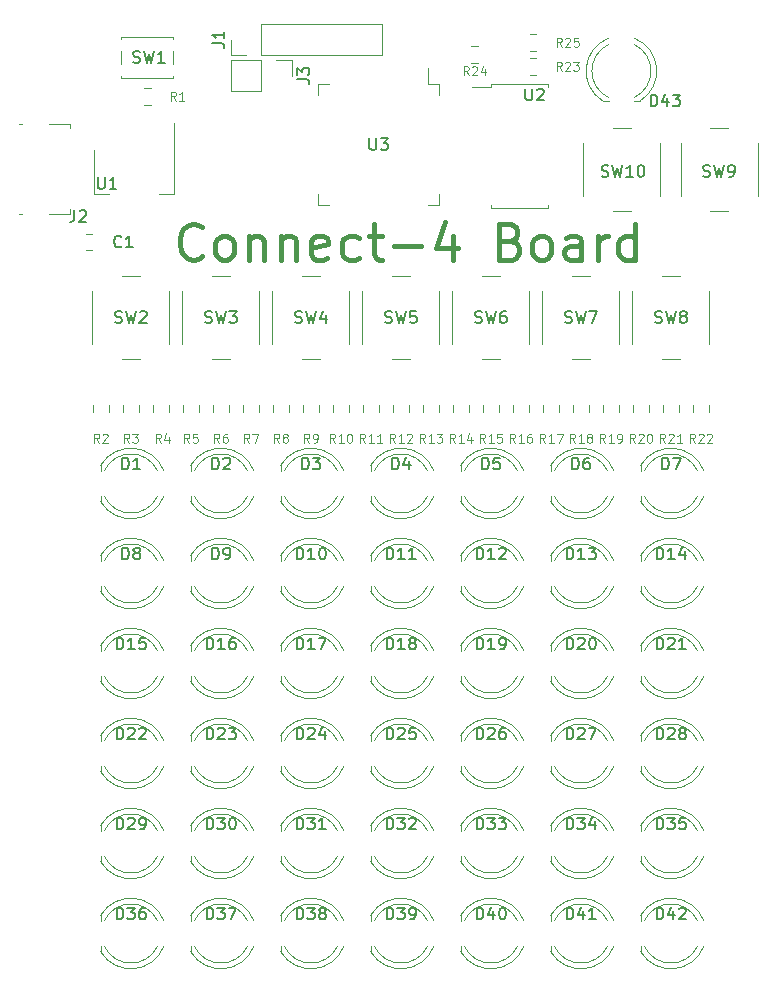
<source format=gbr>
G04 #@! TF.GenerationSoftware,KiCad,Pcbnew,(5.99.0-126-g64b5e8bee)*
G04 #@! TF.CreationDate,2019-09-15T22:15:17-04:00*
G04 #@! TF.ProjectId,PCB,5043422e-6b69-4636-9164-5f7063625858,rev?*
G04 #@! TF.SameCoordinates,Original*
G04 #@! TF.FileFunction,Legend,Top*
G04 #@! TF.FilePolarity,Positive*
%FSLAX46Y46*%
G04 Gerber Fmt 4.6, Leading zero omitted, Abs format (unit mm)*
G04 Created by KiCad (PCBNEW (5.99.0-126-g64b5e8bee)) date 2019-09-15 22:15:17*
%MOMM*%
%LPD*%
G04 APERTURE LIST*
%ADD10C,0.450000*%
%ADD11C,0.120000*%
%ADD12C,0.150000*%
%ADD13C,0.100000*%
G04 APERTURE END LIST*
D10*
X216180000Y-64571428D02*
X216037142Y-64714285D01*
X215608571Y-64857142D01*
X215322857Y-64857142D01*
X214894285Y-64714285D01*
X214608571Y-64428571D01*
X214465714Y-64142857D01*
X214322857Y-63571428D01*
X214322857Y-63142857D01*
X214465714Y-62571428D01*
X214608571Y-62285714D01*
X214894285Y-62000000D01*
X215322857Y-61857142D01*
X215608571Y-61857142D01*
X216037142Y-62000000D01*
X216180000Y-62142857D01*
X217894285Y-64857142D02*
X217608571Y-64714285D01*
X217465714Y-64571428D01*
X217322857Y-64285714D01*
X217322857Y-63428571D01*
X217465714Y-63142857D01*
X217608571Y-63000000D01*
X217894285Y-62857142D01*
X218322857Y-62857142D01*
X218608571Y-63000000D01*
X218751428Y-63142857D01*
X218894285Y-63428571D01*
X218894285Y-64285714D01*
X218751428Y-64571428D01*
X218608571Y-64714285D01*
X218322857Y-64857142D01*
X217894285Y-64857142D01*
X220180000Y-62857142D02*
X220180000Y-64857142D01*
X220180000Y-63142857D02*
X220322857Y-63000000D01*
X220608571Y-62857142D01*
X221037142Y-62857142D01*
X221322857Y-63000000D01*
X221465714Y-63285714D01*
X221465714Y-64857142D01*
X222894285Y-62857142D02*
X222894285Y-64857142D01*
X222894285Y-63142857D02*
X223037142Y-63000000D01*
X223322857Y-62857142D01*
X223751428Y-62857142D01*
X224037142Y-63000000D01*
X224180000Y-63285714D01*
X224180000Y-64857142D01*
X226751428Y-64714285D02*
X226465714Y-64857142D01*
X225894285Y-64857142D01*
X225608571Y-64714285D01*
X225465714Y-64428571D01*
X225465714Y-63285714D01*
X225608571Y-63000000D01*
X225894285Y-62857142D01*
X226465714Y-62857142D01*
X226751428Y-63000000D01*
X226894285Y-63285714D01*
X226894285Y-63571428D01*
X225465714Y-63857142D01*
X229465714Y-64714285D02*
X229180000Y-64857142D01*
X228608571Y-64857142D01*
X228322857Y-64714285D01*
X228180000Y-64571428D01*
X228037142Y-64285714D01*
X228037142Y-63428571D01*
X228180000Y-63142857D01*
X228322857Y-63000000D01*
X228608571Y-62857142D01*
X229180000Y-62857142D01*
X229465714Y-63000000D01*
X230322857Y-62857142D02*
X231465714Y-62857142D01*
X230751428Y-61857142D02*
X230751428Y-64428571D01*
X230894285Y-64714285D01*
X231180000Y-64857142D01*
X231465714Y-64857142D01*
X232465714Y-63714285D02*
X234751428Y-63714285D01*
X237465714Y-62857142D02*
X237465714Y-64857142D01*
X236751428Y-61714285D02*
X236037142Y-63857142D01*
X237894285Y-63857142D01*
X242322857Y-63285714D02*
X242751428Y-63428571D01*
X242894285Y-63571428D01*
X243037142Y-63857142D01*
X243037142Y-64285714D01*
X242894285Y-64571428D01*
X242751428Y-64714285D01*
X242465714Y-64857142D01*
X241322857Y-64857142D01*
X241322857Y-61857142D01*
X242322857Y-61857142D01*
X242608571Y-62000000D01*
X242751428Y-62142857D01*
X242894285Y-62428571D01*
X242894285Y-62714285D01*
X242751428Y-63000000D01*
X242608571Y-63142857D01*
X242322857Y-63285714D01*
X241322857Y-63285714D01*
X244751428Y-64857142D02*
X244465714Y-64714285D01*
X244322857Y-64571428D01*
X244180000Y-64285714D01*
X244180000Y-63428571D01*
X244322857Y-63142857D01*
X244465714Y-63000000D01*
X244751428Y-62857142D01*
X245180000Y-62857142D01*
X245465714Y-63000000D01*
X245608571Y-63142857D01*
X245751428Y-63428571D01*
X245751428Y-64285714D01*
X245608571Y-64571428D01*
X245465714Y-64714285D01*
X245180000Y-64857142D01*
X244751428Y-64857142D01*
X248322857Y-64857142D02*
X248322857Y-63285714D01*
X248180000Y-63000000D01*
X247894285Y-62857142D01*
X247322857Y-62857142D01*
X247037142Y-63000000D01*
X248322857Y-64714285D02*
X248037142Y-64857142D01*
X247322857Y-64857142D01*
X247037142Y-64714285D01*
X246894285Y-64428571D01*
X246894285Y-64142857D01*
X247037142Y-63857142D01*
X247322857Y-63714285D01*
X248037142Y-63714285D01*
X248322857Y-63571428D01*
X249751428Y-64857142D02*
X249751428Y-62857142D01*
X249751428Y-63428571D02*
X249894285Y-63142857D01*
X250037142Y-63000000D01*
X250322857Y-62857142D01*
X250608571Y-62857142D01*
X252894285Y-64857142D02*
X252894285Y-61857142D01*
X252894285Y-64714285D02*
X252608571Y-64857142D01*
X252037142Y-64857142D01*
X251751428Y-64714285D01*
X251608571Y-64571428D01*
X251465714Y-64285714D01*
X251465714Y-63428571D01*
X251608571Y-63142857D01*
X251751428Y-63000000D01*
X252037142Y-62857142D01*
X252608571Y-62857142D01*
X252894285Y-63000000D01*
D11*
X231454000Y-47558000D02*
X231454000Y-44898000D01*
X221234000Y-47558000D02*
X231454000Y-47558000D01*
X221234000Y-44898000D02*
X231454000Y-44898000D01*
X221234000Y-47558000D02*
X221234000Y-44898000D01*
X219964000Y-47558000D02*
X218634000Y-47558000D01*
X218634000Y-47558000D02*
X218634000Y-46228000D01*
X223834000Y-47946000D02*
X223834000Y-49276000D01*
X222504000Y-47946000D02*
X223834000Y-47946000D01*
X221234000Y-47946000D02*
X221234000Y-50606000D01*
X221234000Y-50606000D02*
X218634000Y-50606000D01*
X221234000Y-47946000D02*
X218634000Y-47946000D01*
X218634000Y-47946000D02*
X218634000Y-50606000D01*
X235300000Y-50008000D02*
X235300000Y-48668000D01*
X236250000Y-50008000D02*
X235300000Y-50008000D01*
X236250000Y-50958000D02*
X236250000Y-50008000D01*
X236250000Y-60228000D02*
X235300000Y-60228000D01*
X236250000Y-59278000D02*
X236250000Y-60228000D01*
X226030000Y-50008000D02*
X226980000Y-50008000D01*
X226030000Y-50958000D02*
X226030000Y-50008000D01*
X226030000Y-60228000D02*
X226980000Y-60228000D01*
X226030000Y-59278000D02*
X226030000Y-60228000D01*
X209382000Y-49332000D02*
X209382000Y-49452000D01*
X209382000Y-47182000D02*
X209382000Y-48322000D01*
X209382000Y-46052000D02*
X209382000Y-46172000D01*
X213782000Y-46052000D02*
X209382000Y-46052000D01*
X213782000Y-46172000D02*
X213782000Y-46052000D01*
X213782000Y-48322000D02*
X213782000Y-47182000D01*
X213782000Y-49452000D02*
X213782000Y-49332000D01*
X209382000Y-49452000D02*
X213782000Y-49452000D01*
X252794000Y-51455000D02*
X253259000Y-51455000D01*
X250169000Y-51455000D02*
X250634000Y-51455000D01*
X252794429Y-46640521D02*
G75*
G02X252794000Y-51149684I-1080429J-2254479D01*
G01*
X250633571Y-46640521D02*
G75*
G03X250634000Y-51149684I1080429J-2254479D01*
G01*
X252794827Y-46107185D02*
G75*
G02X253258830Y-51455000I-1080827J-2787815D01*
G01*
X250633173Y-46107185D02*
G75*
G03X250169170Y-51455000I1080827J-2787815D01*
G01*
X211843252Y-51764000D02*
X211320748Y-51764000D01*
X211843252Y-50344000D02*
X211320748Y-50344000D01*
X243078000Y-60473000D02*
X245463000Y-60473000D01*
X245463000Y-60473000D02*
X245463000Y-60218000D01*
X243078000Y-60473000D02*
X240693000Y-60473000D01*
X240693000Y-60473000D02*
X240693000Y-60218000D01*
X243078000Y-49953000D02*
X245463000Y-49953000D01*
X245463000Y-49953000D02*
X245463000Y-50208000D01*
X243078000Y-49953000D02*
X240693000Y-49953000D01*
X240693000Y-49953000D02*
X240693000Y-50208000D01*
X240693000Y-50208000D02*
X239028000Y-50208000D01*
X213849000Y-53304000D02*
X213849000Y-59314000D01*
X207029000Y-55554000D02*
X207029000Y-59314000D01*
X213849000Y-59314000D02*
X212589000Y-59314000D01*
X207029000Y-59314000D02*
X208289000Y-59314000D01*
X248500000Y-54975000D02*
X248500000Y-59475000D01*
X252500000Y-53725000D02*
X251000000Y-53725000D01*
X255000000Y-59475000D02*
X255000000Y-54975000D01*
X251000000Y-60725000D02*
X252500000Y-60725000D01*
X256755000Y-54975000D02*
X256755000Y-59475000D01*
X260755000Y-53725000D02*
X259255000Y-53725000D01*
X263255000Y-59475000D02*
X263255000Y-54975000D01*
X259255000Y-60725000D02*
X260755000Y-60725000D01*
X259150000Y-72025000D02*
X259150000Y-67525000D01*
X255150000Y-73275000D02*
X256650000Y-73275000D01*
X252650000Y-67525000D02*
X252650000Y-72025000D01*
X256650000Y-66275000D02*
X255150000Y-66275000D01*
X251530000Y-72025000D02*
X251530000Y-67525000D01*
X247530000Y-73275000D02*
X249030000Y-73275000D01*
X245030000Y-67525000D02*
X245030000Y-72025000D01*
X249030000Y-66275000D02*
X247530000Y-66275000D01*
X243910000Y-72025000D02*
X243910000Y-67525000D01*
X239910000Y-73275000D02*
X241410000Y-73275000D01*
X237410000Y-67525000D02*
X237410000Y-72025000D01*
X241410000Y-66275000D02*
X239910000Y-66275000D01*
X236290000Y-72025000D02*
X236290000Y-67525000D01*
X232290000Y-73275000D02*
X233790000Y-73275000D01*
X229790000Y-67525000D02*
X229790000Y-72025000D01*
X233790000Y-66275000D02*
X232290000Y-66275000D01*
X228670000Y-72025000D02*
X228670000Y-67525000D01*
X224670000Y-73275000D02*
X226170000Y-73275000D01*
X222170000Y-67525000D02*
X222170000Y-72025000D01*
X226170000Y-66275000D02*
X224670000Y-66275000D01*
X221050000Y-72025000D02*
X221050000Y-67525000D01*
X217050000Y-73275000D02*
X218550000Y-73275000D01*
X214550000Y-67525000D02*
X214550000Y-72025000D01*
X218550000Y-66275000D02*
X217050000Y-66275000D01*
X213430000Y-72025000D02*
X213430000Y-67525000D01*
X209430000Y-73275000D02*
X210930000Y-73275000D01*
X206930000Y-67525000D02*
X206930000Y-72025000D01*
X210930000Y-66275000D02*
X209430000Y-66275000D01*
X243959748Y-45772000D02*
X244482252Y-45772000D01*
X243959748Y-47192000D02*
X244482252Y-47192000D01*
X239006748Y-46788000D02*
X239529252Y-46788000D01*
X239006748Y-48208000D02*
X239529252Y-48208000D01*
X243959748Y-47804000D02*
X244482252Y-47804000D01*
X243959748Y-49224000D02*
X244482252Y-49224000D01*
X257735000Y-77208748D02*
X257735000Y-77731252D01*
X259155000Y-77208748D02*
X259155000Y-77731252D01*
X255195000Y-77208748D02*
X255195000Y-77731252D01*
X256615000Y-77208748D02*
X256615000Y-77731252D01*
X252655000Y-77208748D02*
X252655000Y-77731252D01*
X254075000Y-77208748D02*
X254075000Y-77731252D01*
X250115000Y-77208748D02*
X250115000Y-77731252D01*
X251535000Y-77208748D02*
X251535000Y-77731252D01*
X247575000Y-77208748D02*
X247575000Y-77731252D01*
X248995000Y-77208748D02*
X248995000Y-77731252D01*
X245035000Y-77208748D02*
X245035000Y-77731252D01*
X246455000Y-77208748D02*
X246455000Y-77731252D01*
X242495000Y-77208748D02*
X242495000Y-77731252D01*
X243915000Y-77208748D02*
X243915000Y-77731252D01*
X239955000Y-77208748D02*
X239955000Y-77731252D01*
X241375000Y-77208748D02*
X241375000Y-77731252D01*
X237415000Y-77208748D02*
X237415000Y-77731252D01*
X238835000Y-77208748D02*
X238835000Y-77731252D01*
X234875000Y-77208748D02*
X234875000Y-77731252D01*
X236295000Y-77208748D02*
X236295000Y-77731252D01*
X232335000Y-77208748D02*
X232335000Y-77731252D01*
X233755000Y-77208748D02*
X233755000Y-77731252D01*
X229795000Y-77208748D02*
X229795000Y-77731252D01*
X231215000Y-77208748D02*
X231215000Y-77731252D01*
X227255000Y-77208748D02*
X227255000Y-77731252D01*
X228675000Y-77208748D02*
X228675000Y-77731252D01*
X224715000Y-77208748D02*
X224715000Y-77731252D01*
X226135000Y-77208748D02*
X226135000Y-77731252D01*
X222175000Y-77208748D02*
X222175000Y-77731252D01*
X223595000Y-77208748D02*
X223595000Y-77731252D01*
X219635000Y-77208748D02*
X219635000Y-77731252D01*
X221055000Y-77208748D02*
X221055000Y-77731252D01*
X217095000Y-77208748D02*
X217095000Y-77731252D01*
X218515000Y-77208748D02*
X218515000Y-77731252D01*
X214555000Y-77208748D02*
X214555000Y-77731252D01*
X215975000Y-77208748D02*
X215975000Y-77731252D01*
X212015000Y-77208748D02*
X212015000Y-77731252D01*
X213435000Y-77208748D02*
X213435000Y-77731252D01*
X209475000Y-77208748D02*
X209475000Y-77731252D01*
X210895000Y-77208748D02*
X210895000Y-77731252D01*
X206935000Y-77208748D02*
X206935000Y-77731252D01*
X208355000Y-77208748D02*
X208355000Y-77731252D01*
X205037000Y-60960000D02*
X205037000Y-60580000D01*
X200987000Y-60960000D02*
X200727000Y-60960000D01*
X205037000Y-60960000D02*
X203267000Y-60960000D01*
X205037000Y-53340000D02*
X205037000Y-53720000D01*
X203267000Y-53340000D02*
X205037000Y-53340000D01*
X200727000Y-53340000D02*
X200987000Y-53340000D01*
X253345000Y-123000000D02*
X253345000Y-123465000D01*
X253345000Y-120375000D02*
X253345000Y-120840000D01*
X258159479Y-123000429D02*
G75*
G02X253650316Y-123000000I-2254479J1080429D01*
G01*
X258159479Y-120839571D02*
G75*
G03X253650316Y-120840000I-2254479J-1080429D01*
G01*
X258692815Y-123000827D02*
G75*
G02X253345000Y-123464830I-2787815J1080827D01*
G01*
X258692815Y-120839173D02*
G75*
G03X253345000Y-120375170I-2787815J-1080827D01*
G01*
X245725000Y-123000000D02*
X245725000Y-123465000D01*
X245725000Y-120375000D02*
X245725000Y-120840000D01*
X250539479Y-123000429D02*
G75*
G02X246030316Y-123000000I-2254479J1080429D01*
G01*
X250539479Y-120839571D02*
G75*
G03X246030316Y-120840000I-2254479J-1080429D01*
G01*
X251072815Y-123000827D02*
G75*
G02X245725000Y-123464830I-2787815J1080827D01*
G01*
X251072815Y-120839173D02*
G75*
G03X245725000Y-120375170I-2787815J-1080827D01*
G01*
X238105000Y-123000000D02*
X238105000Y-123465000D01*
X238105000Y-120375000D02*
X238105000Y-120840000D01*
X242919479Y-123000429D02*
G75*
G02X238410316Y-123000000I-2254479J1080429D01*
G01*
X242919479Y-120839571D02*
G75*
G03X238410316Y-120840000I-2254479J-1080429D01*
G01*
X243452815Y-123000827D02*
G75*
G02X238105000Y-123464830I-2787815J1080827D01*
G01*
X243452815Y-120839173D02*
G75*
G03X238105000Y-120375170I-2787815J-1080827D01*
G01*
X230485000Y-123000000D02*
X230485000Y-123465000D01*
X230485000Y-120375000D02*
X230485000Y-120840000D01*
X235299479Y-123000429D02*
G75*
G02X230790316Y-123000000I-2254479J1080429D01*
G01*
X235299479Y-120839571D02*
G75*
G03X230790316Y-120840000I-2254479J-1080429D01*
G01*
X235832815Y-123000827D02*
G75*
G02X230485000Y-123464830I-2787815J1080827D01*
G01*
X235832815Y-120839173D02*
G75*
G03X230485000Y-120375170I-2787815J-1080827D01*
G01*
X222865000Y-123000000D02*
X222865000Y-123465000D01*
X222865000Y-120375000D02*
X222865000Y-120840000D01*
X227679479Y-123000429D02*
G75*
G02X223170316Y-123000000I-2254479J1080429D01*
G01*
X227679479Y-120839571D02*
G75*
G03X223170316Y-120840000I-2254479J-1080429D01*
G01*
X228212815Y-123000827D02*
G75*
G02X222865000Y-123464830I-2787815J1080827D01*
G01*
X228212815Y-120839173D02*
G75*
G03X222865000Y-120375170I-2787815J-1080827D01*
G01*
X215245000Y-123000000D02*
X215245000Y-123465000D01*
X215245000Y-120375000D02*
X215245000Y-120840000D01*
X220059479Y-123000429D02*
G75*
G02X215550316Y-123000000I-2254479J1080429D01*
G01*
X220059479Y-120839571D02*
G75*
G03X215550316Y-120840000I-2254479J-1080429D01*
G01*
X220592815Y-123000827D02*
G75*
G02X215245000Y-123464830I-2787815J1080827D01*
G01*
X220592815Y-120839173D02*
G75*
G03X215245000Y-120375170I-2787815J-1080827D01*
G01*
X207625000Y-123000000D02*
X207625000Y-123465000D01*
X207625000Y-120375000D02*
X207625000Y-120840000D01*
X212439479Y-123000429D02*
G75*
G02X207930316Y-123000000I-2254479J1080429D01*
G01*
X212439479Y-120839571D02*
G75*
G03X207930316Y-120840000I-2254479J-1080429D01*
G01*
X212972815Y-123000827D02*
G75*
G02X207625000Y-123464830I-2787815J1080827D01*
G01*
X212972815Y-120839173D02*
G75*
G03X207625000Y-120375170I-2787815J-1080827D01*
G01*
X253345000Y-115380000D02*
X253345000Y-115845000D01*
X253345000Y-112755000D02*
X253345000Y-113220000D01*
X258159479Y-115380429D02*
G75*
G02X253650316Y-115380000I-2254479J1080429D01*
G01*
X258159479Y-113219571D02*
G75*
G03X253650316Y-113220000I-2254479J-1080429D01*
G01*
X258692815Y-115380827D02*
G75*
G02X253345000Y-115844830I-2787815J1080827D01*
G01*
X258692815Y-113219173D02*
G75*
G03X253345000Y-112755170I-2787815J-1080827D01*
G01*
X245725000Y-115380000D02*
X245725000Y-115845000D01*
X245725000Y-112755000D02*
X245725000Y-113220000D01*
X250539479Y-115380429D02*
G75*
G02X246030316Y-115380000I-2254479J1080429D01*
G01*
X250539479Y-113219571D02*
G75*
G03X246030316Y-113220000I-2254479J-1080429D01*
G01*
X251072815Y-115380827D02*
G75*
G02X245725000Y-115844830I-2787815J1080827D01*
G01*
X251072815Y-113219173D02*
G75*
G03X245725000Y-112755170I-2787815J-1080827D01*
G01*
X238105000Y-115380000D02*
X238105000Y-115845000D01*
X238105000Y-112755000D02*
X238105000Y-113220000D01*
X242919479Y-115380429D02*
G75*
G02X238410316Y-115380000I-2254479J1080429D01*
G01*
X242919479Y-113219571D02*
G75*
G03X238410316Y-113220000I-2254479J-1080429D01*
G01*
X243452815Y-115380827D02*
G75*
G02X238105000Y-115844830I-2787815J1080827D01*
G01*
X243452815Y-113219173D02*
G75*
G03X238105000Y-112755170I-2787815J-1080827D01*
G01*
X230485000Y-115380000D02*
X230485000Y-115845000D01*
X230485000Y-112755000D02*
X230485000Y-113220000D01*
X235299479Y-115380429D02*
G75*
G02X230790316Y-115380000I-2254479J1080429D01*
G01*
X235299479Y-113219571D02*
G75*
G03X230790316Y-113220000I-2254479J-1080429D01*
G01*
X235832815Y-115380827D02*
G75*
G02X230485000Y-115844830I-2787815J1080827D01*
G01*
X235832815Y-113219173D02*
G75*
G03X230485000Y-112755170I-2787815J-1080827D01*
G01*
X222865000Y-115380000D02*
X222865000Y-115845000D01*
X222865000Y-112755000D02*
X222865000Y-113220000D01*
X227679479Y-115380429D02*
G75*
G02X223170316Y-115380000I-2254479J1080429D01*
G01*
X227679479Y-113219571D02*
G75*
G03X223170316Y-113220000I-2254479J-1080429D01*
G01*
X228212815Y-115380827D02*
G75*
G02X222865000Y-115844830I-2787815J1080827D01*
G01*
X228212815Y-113219173D02*
G75*
G03X222865000Y-112755170I-2787815J-1080827D01*
G01*
X215245000Y-115380000D02*
X215245000Y-115845000D01*
X215245000Y-112755000D02*
X215245000Y-113220000D01*
X220059479Y-115380429D02*
G75*
G02X215550316Y-115380000I-2254479J1080429D01*
G01*
X220059479Y-113219571D02*
G75*
G03X215550316Y-113220000I-2254479J-1080429D01*
G01*
X220592815Y-115380827D02*
G75*
G02X215245000Y-115844830I-2787815J1080827D01*
G01*
X220592815Y-113219173D02*
G75*
G03X215245000Y-112755170I-2787815J-1080827D01*
G01*
X207625000Y-115380000D02*
X207625000Y-115845000D01*
X207625000Y-112755000D02*
X207625000Y-113220000D01*
X212439479Y-115380429D02*
G75*
G02X207930316Y-115380000I-2254479J1080429D01*
G01*
X212439479Y-113219571D02*
G75*
G03X207930316Y-113220000I-2254479J-1080429D01*
G01*
X212972815Y-115380827D02*
G75*
G02X207625000Y-115844830I-2787815J1080827D01*
G01*
X212972815Y-113219173D02*
G75*
G03X207625000Y-112755170I-2787815J-1080827D01*
G01*
X253345000Y-107760000D02*
X253345000Y-108225000D01*
X253345000Y-105135000D02*
X253345000Y-105600000D01*
X258159479Y-107760429D02*
G75*
G02X253650316Y-107760000I-2254479J1080429D01*
G01*
X258159479Y-105599571D02*
G75*
G03X253650316Y-105600000I-2254479J-1080429D01*
G01*
X258692815Y-107760827D02*
G75*
G02X253345000Y-108224830I-2787815J1080827D01*
G01*
X258692815Y-105599173D02*
G75*
G03X253345000Y-105135170I-2787815J-1080827D01*
G01*
X245725000Y-107760000D02*
X245725000Y-108225000D01*
X245725000Y-105135000D02*
X245725000Y-105600000D01*
X250539479Y-107760429D02*
G75*
G02X246030316Y-107760000I-2254479J1080429D01*
G01*
X250539479Y-105599571D02*
G75*
G03X246030316Y-105600000I-2254479J-1080429D01*
G01*
X251072815Y-107760827D02*
G75*
G02X245725000Y-108224830I-2787815J1080827D01*
G01*
X251072815Y-105599173D02*
G75*
G03X245725000Y-105135170I-2787815J-1080827D01*
G01*
X238105000Y-107760000D02*
X238105000Y-108225000D01*
X238105000Y-105135000D02*
X238105000Y-105600000D01*
X242919479Y-107760429D02*
G75*
G02X238410316Y-107760000I-2254479J1080429D01*
G01*
X242919479Y-105599571D02*
G75*
G03X238410316Y-105600000I-2254479J-1080429D01*
G01*
X243452815Y-107760827D02*
G75*
G02X238105000Y-108224830I-2787815J1080827D01*
G01*
X243452815Y-105599173D02*
G75*
G03X238105000Y-105135170I-2787815J-1080827D01*
G01*
X230485000Y-107760000D02*
X230485000Y-108225000D01*
X230485000Y-105135000D02*
X230485000Y-105600000D01*
X235299479Y-107760429D02*
G75*
G02X230790316Y-107760000I-2254479J1080429D01*
G01*
X235299479Y-105599571D02*
G75*
G03X230790316Y-105600000I-2254479J-1080429D01*
G01*
X235832815Y-107760827D02*
G75*
G02X230485000Y-108224830I-2787815J1080827D01*
G01*
X235832815Y-105599173D02*
G75*
G03X230485000Y-105135170I-2787815J-1080827D01*
G01*
X222865000Y-107760000D02*
X222865000Y-108225000D01*
X222865000Y-105135000D02*
X222865000Y-105600000D01*
X227679479Y-107760429D02*
G75*
G02X223170316Y-107760000I-2254479J1080429D01*
G01*
X227679479Y-105599571D02*
G75*
G03X223170316Y-105600000I-2254479J-1080429D01*
G01*
X228212815Y-107760827D02*
G75*
G02X222865000Y-108224830I-2787815J1080827D01*
G01*
X228212815Y-105599173D02*
G75*
G03X222865000Y-105135170I-2787815J-1080827D01*
G01*
X215245000Y-107760000D02*
X215245000Y-108225000D01*
X215245000Y-105135000D02*
X215245000Y-105600000D01*
X220059479Y-107760429D02*
G75*
G02X215550316Y-107760000I-2254479J1080429D01*
G01*
X220059479Y-105599571D02*
G75*
G03X215550316Y-105600000I-2254479J-1080429D01*
G01*
X220592815Y-107760827D02*
G75*
G02X215245000Y-108224830I-2787815J1080827D01*
G01*
X220592815Y-105599173D02*
G75*
G03X215245000Y-105135170I-2787815J-1080827D01*
G01*
X207625000Y-107760000D02*
X207625000Y-108225000D01*
X207625000Y-105135000D02*
X207625000Y-105600000D01*
X212439479Y-107760429D02*
G75*
G02X207930316Y-107760000I-2254479J1080429D01*
G01*
X212439479Y-105599571D02*
G75*
G03X207930316Y-105600000I-2254479J-1080429D01*
G01*
X212972815Y-107760827D02*
G75*
G02X207625000Y-108224830I-2787815J1080827D01*
G01*
X212972815Y-105599173D02*
G75*
G03X207625000Y-105135170I-2787815J-1080827D01*
G01*
X253345000Y-100140000D02*
X253345000Y-100605000D01*
X253345000Y-97515000D02*
X253345000Y-97980000D01*
X258159479Y-100140429D02*
G75*
G02X253650316Y-100140000I-2254479J1080429D01*
G01*
X258159479Y-97979571D02*
G75*
G03X253650316Y-97980000I-2254479J-1080429D01*
G01*
X258692815Y-100140827D02*
G75*
G02X253345000Y-100604830I-2787815J1080827D01*
G01*
X258692815Y-97979173D02*
G75*
G03X253345000Y-97515170I-2787815J-1080827D01*
G01*
X245725000Y-100140000D02*
X245725000Y-100605000D01*
X245725000Y-97515000D02*
X245725000Y-97980000D01*
X250539479Y-100140429D02*
G75*
G02X246030316Y-100140000I-2254479J1080429D01*
G01*
X250539479Y-97979571D02*
G75*
G03X246030316Y-97980000I-2254479J-1080429D01*
G01*
X251072815Y-100140827D02*
G75*
G02X245725000Y-100604830I-2787815J1080827D01*
G01*
X251072815Y-97979173D02*
G75*
G03X245725000Y-97515170I-2787815J-1080827D01*
G01*
X238105000Y-100140000D02*
X238105000Y-100605000D01*
X238105000Y-97515000D02*
X238105000Y-97980000D01*
X242919479Y-100140429D02*
G75*
G02X238410316Y-100140000I-2254479J1080429D01*
G01*
X242919479Y-97979571D02*
G75*
G03X238410316Y-97980000I-2254479J-1080429D01*
G01*
X243452815Y-100140827D02*
G75*
G02X238105000Y-100604830I-2787815J1080827D01*
G01*
X243452815Y-97979173D02*
G75*
G03X238105000Y-97515170I-2787815J-1080827D01*
G01*
X230485000Y-100140000D02*
X230485000Y-100605000D01*
X230485000Y-97515000D02*
X230485000Y-97980000D01*
X235299479Y-100140429D02*
G75*
G02X230790316Y-100140000I-2254479J1080429D01*
G01*
X235299479Y-97979571D02*
G75*
G03X230790316Y-97980000I-2254479J-1080429D01*
G01*
X235832815Y-100140827D02*
G75*
G02X230485000Y-100604830I-2787815J1080827D01*
G01*
X235832815Y-97979173D02*
G75*
G03X230485000Y-97515170I-2787815J-1080827D01*
G01*
X222865000Y-100140000D02*
X222865000Y-100605000D01*
X222865000Y-97515000D02*
X222865000Y-97980000D01*
X227679479Y-100140429D02*
G75*
G02X223170316Y-100140000I-2254479J1080429D01*
G01*
X227679479Y-97979571D02*
G75*
G03X223170316Y-97980000I-2254479J-1080429D01*
G01*
X228212815Y-100140827D02*
G75*
G02X222865000Y-100604830I-2787815J1080827D01*
G01*
X228212815Y-97979173D02*
G75*
G03X222865000Y-97515170I-2787815J-1080827D01*
G01*
X215245000Y-100140000D02*
X215245000Y-100605000D01*
X215245000Y-97515000D02*
X215245000Y-97980000D01*
X220059479Y-100140429D02*
G75*
G02X215550316Y-100140000I-2254479J1080429D01*
G01*
X220059479Y-97979571D02*
G75*
G03X215550316Y-97980000I-2254479J-1080429D01*
G01*
X220592815Y-100140827D02*
G75*
G02X215245000Y-100604830I-2787815J1080827D01*
G01*
X220592815Y-97979173D02*
G75*
G03X215245000Y-97515170I-2787815J-1080827D01*
G01*
X207625000Y-100140000D02*
X207625000Y-100605000D01*
X207625000Y-97515000D02*
X207625000Y-97980000D01*
X212439479Y-100140429D02*
G75*
G02X207930316Y-100140000I-2254479J1080429D01*
G01*
X212439479Y-97979571D02*
G75*
G03X207930316Y-97980000I-2254479J-1080429D01*
G01*
X212972815Y-100140827D02*
G75*
G02X207625000Y-100604830I-2787815J1080827D01*
G01*
X212972815Y-97979173D02*
G75*
G03X207625000Y-97515170I-2787815J-1080827D01*
G01*
X253345000Y-92520000D02*
X253345000Y-92985000D01*
X253345000Y-89895000D02*
X253345000Y-90360000D01*
X258159479Y-92520429D02*
G75*
G02X253650316Y-92520000I-2254479J1080429D01*
G01*
X258159479Y-90359571D02*
G75*
G03X253650316Y-90360000I-2254479J-1080429D01*
G01*
X258692815Y-92520827D02*
G75*
G02X253345000Y-92984830I-2787815J1080827D01*
G01*
X258692815Y-90359173D02*
G75*
G03X253345000Y-89895170I-2787815J-1080827D01*
G01*
X245725000Y-92520000D02*
X245725000Y-92985000D01*
X245725000Y-89895000D02*
X245725000Y-90360000D01*
X250539479Y-92520429D02*
G75*
G02X246030316Y-92520000I-2254479J1080429D01*
G01*
X250539479Y-90359571D02*
G75*
G03X246030316Y-90360000I-2254479J-1080429D01*
G01*
X251072815Y-92520827D02*
G75*
G02X245725000Y-92984830I-2787815J1080827D01*
G01*
X251072815Y-90359173D02*
G75*
G03X245725000Y-89895170I-2787815J-1080827D01*
G01*
X238105000Y-92520000D02*
X238105000Y-92985000D01*
X238105000Y-89895000D02*
X238105000Y-90360000D01*
X242919479Y-92520429D02*
G75*
G02X238410316Y-92520000I-2254479J1080429D01*
G01*
X242919479Y-90359571D02*
G75*
G03X238410316Y-90360000I-2254479J-1080429D01*
G01*
X243452815Y-92520827D02*
G75*
G02X238105000Y-92984830I-2787815J1080827D01*
G01*
X243452815Y-90359173D02*
G75*
G03X238105000Y-89895170I-2787815J-1080827D01*
G01*
X230485000Y-92520000D02*
X230485000Y-92985000D01*
X230485000Y-89895000D02*
X230485000Y-90360000D01*
X235299479Y-92520429D02*
G75*
G02X230790316Y-92520000I-2254479J1080429D01*
G01*
X235299479Y-90359571D02*
G75*
G03X230790316Y-90360000I-2254479J-1080429D01*
G01*
X235832815Y-92520827D02*
G75*
G02X230485000Y-92984830I-2787815J1080827D01*
G01*
X235832815Y-90359173D02*
G75*
G03X230485000Y-89895170I-2787815J-1080827D01*
G01*
X222865000Y-92520000D02*
X222865000Y-92985000D01*
X222865000Y-89895000D02*
X222865000Y-90360000D01*
X227679479Y-92520429D02*
G75*
G02X223170316Y-92520000I-2254479J1080429D01*
G01*
X227679479Y-90359571D02*
G75*
G03X223170316Y-90360000I-2254479J-1080429D01*
G01*
X228212815Y-92520827D02*
G75*
G02X222865000Y-92984830I-2787815J1080827D01*
G01*
X228212815Y-90359173D02*
G75*
G03X222865000Y-89895170I-2787815J-1080827D01*
G01*
X215245000Y-92520000D02*
X215245000Y-92985000D01*
X215245000Y-89895000D02*
X215245000Y-90360000D01*
X220059479Y-92520429D02*
G75*
G02X215550316Y-92520000I-2254479J1080429D01*
G01*
X220059479Y-90359571D02*
G75*
G03X215550316Y-90360000I-2254479J-1080429D01*
G01*
X220592815Y-92520827D02*
G75*
G02X215245000Y-92984830I-2787815J1080827D01*
G01*
X220592815Y-90359173D02*
G75*
G03X215245000Y-89895170I-2787815J-1080827D01*
G01*
X207625000Y-92520000D02*
X207625000Y-92985000D01*
X207625000Y-89895000D02*
X207625000Y-90360000D01*
X212439479Y-92520429D02*
G75*
G02X207930316Y-92520000I-2254479J1080429D01*
G01*
X212439479Y-90359571D02*
G75*
G03X207930316Y-90360000I-2254479J-1080429D01*
G01*
X212972815Y-92520827D02*
G75*
G02X207625000Y-92984830I-2787815J1080827D01*
G01*
X212972815Y-90359173D02*
G75*
G03X207625000Y-89895170I-2787815J-1080827D01*
G01*
X253345000Y-84900000D02*
X253345000Y-85365000D01*
X253345000Y-82275000D02*
X253345000Y-82740000D01*
X258159479Y-84900429D02*
G75*
G02X253650316Y-84900000I-2254479J1080429D01*
G01*
X258159479Y-82739571D02*
G75*
G03X253650316Y-82740000I-2254479J-1080429D01*
G01*
X258692815Y-84900827D02*
G75*
G02X253345000Y-85364830I-2787815J1080827D01*
G01*
X258692815Y-82739173D02*
G75*
G03X253345000Y-82275170I-2787815J-1080827D01*
G01*
X245725000Y-84900000D02*
X245725000Y-85365000D01*
X245725000Y-82275000D02*
X245725000Y-82740000D01*
X250539479Y-84900429D02*
G75*
G02X246030316Y-84900000I-2254479J1080429D01*
G01*
X250539479Y-82739571D02*
G75*
G03X246030316Y-82740000I-2254479J-1080429D01*
G01*
X251072815Y-84900827D02*
G75*
G02X245725000Y-85364830I-2787815J1080827D01*
G01*
X251072815Y-82739173D02*
G75*
G03X245725000Y-82275170I-2787815J-1080827D01*
G01*
X238105000Y-84900000D02*
X238105000Y-85365000D01*
X238105000Y-82275000D02*
X238105000Y-82740000D01*
X242919479Y-84900429D02*
G75*
G02X238410316Y-84900000I-2254479J1080429D01*
G01*
X242919479Y-82739571D02*
G75*
G03X238410316Y-82740000I-2254479J-1080429D01*
G01*
X243452815Y-84900827D02*
G75*
G02X238105000Y-85364830I-2787815J1080827D01*
G01*
X243452815Y-82739173D02*
G75*
G03X238105000Y-82275170I-2787815J-1080827D01*
G01*
X230485000Y-84900000D02*
X230485000Y-85365000D01*
X230485000Y-82275000D02*
X230485000Y-82740000D01*
X235299479Y-84900429D02*
G75*
G02X230790316Y-84900000I-2254479J1080429D01*
G01*
X235299479Y-82739571D02*
G75*
G03X230790316Y-82740000I-2254479J-1080429D01*
G01*
X235832815Y-84900827D02*
G75*
G02X230485000Y-85364830I-2787815J1080827D01*
G01*
X235832815Y-82739173D02*
G75*
G03X230485000Y-82275170I-2787815J-1080827D01*
G01*
X222865000Y-84900000D02*
X222865000Y-85365000D01*
X222865000Y-82275000D02*
X222865000Y-82740000D01*
X227679479Y-84900429D02*
G75*
G02X223170316Y-84900000I-2254479J1080429D01*
G01*
X227679479Y-82739571D02*
G75*
G03X223170316Y-82740000I-2254479J-1080429D01*
G01*
X228212815Y-84900827D02*
G75*
G02X222865000Y-85364830I-2787815J1080827D01*
G01*
X228212815Y-82739173D02*
G75*
G03X222865000Y-82275170I-2787815J-1080827D01*
G01*
X215245000Y-84900000D02*
X215245000Y-85365000D01*
X215245000Y-82275000D02*
X215245000Y-82740000D01*
X220059479Y-84900429D02*
G75*
G02X215550316Y-84900000I-2254479J1080429D01*
G01*
X220059479Y-82739571D02*
G75*
G03X215550316Y-82740000I-2254479J-1080429D01*
G01*
X220592815Y-84900827D02*
G75*
G02X215245000Y-85364830I-2787815J1080827D01*
G01*
X220592815Y-82739173D02*
G75*
G03X215245000Y-82275170I-2787815J-1080827D01*
G01*
X207625000Y-84900000D02*
X207625000Y-85365000D01*
X207625000Y-82275000D02*
X207625000Y-82740000D01*
X212439479Y-84900429D02*
G75*
G02X207930316Y-84900000I-2254479J1080429D01*
G01*
X212439479Y-82739571D02*
G75*
G03X207930316Y-82740000I-2254479J-1080429D01*
G01*
X212972815Y-84900827D02*
G75*
G02X207625000Y-85364830I-2787815J1080827D01*
G01*
X212972815Y-82739173D02*
G75*
G03X207625000Y-82275170I-2787815J-1080827D01*
G01*
X206890252Y-62663000D02*
X206367748Y-62663000D01*
X206890252Y-64083000D02*
X206367748Y-64083000D01*
D12*
X217086380Y-46561333D02*
X217800666Y-46561333D01*
X217943523Y-46608952D01*
X218038761Y-46704190D01*
X218086380Y-46847047D01*
X218086380Y-46942285D01*
X218086380Y-45561333D02*
X218086380Y-46132761D01*
X218086380Y-45847047D02*
X217086380Y-45847047D01*
X217229238Y-45942285D01*
X217324476Y-46037523D01*
X217372095Y-46132761D01*
X224286380Y-49609333D02*
X225000666Y-49609333D01*
X225143523Y-49656952D01*
X225238761Y-49752190D01*
X225286380Y-49895047D01*
X225286380Y-49990285D01*
X224286380Y-49228380D02*
X224286380Y-48609333D01*
X224667333Y-48942666D01*
X224667333Y-48799809D01*
X224714952Y-48704571D01*
X224762571Y-48656952D01*
X224857809Y-48609333D01*
X225095904Y-48609333D01*
X225191142Y-48656952D01*
X225238761Y-48704571D01*
X225286380Y-48799809D01*
X225286380Y-49085523D01*
X225238761Y-49180761D01*
X225191142Y-49228380D01*
X230378095Y-54570380D02*
X230378095Y-55379904D01*
X230425714Y-55475142D01*
X230473333Y-55522761D01*
X230568571Y-55570380D01*
X230759047Y-55570380D01*
X230854285Y-55522761D01*
X230901904Y-55475142D01*
X230949523Y-55379904D01*
X230949523Y-54570380D01*
X231330476Y-54570380D02*
X231949523Y-54570380D01*
X231616190Y-54951333D01*
X231759047Y-54951333D01*
X231854285Y-54998952D01*
X231901904Y-55046571D01*
X231949523Y-55141809D01*
X231949523Y-55379904D01*
X231901904Y-55475142D01*
X231854285Y-55522761D01*
X231759047Y-55570380D01*
X231473333Y-55570380D01*
X231378095Y-55522761D01*
X231330476Y-55475142D01*
X210375666Y-48156761D02*
X210518523Y-48204380D01*
X210756619Y-48204380D01*
X210851857Y-48156761D01*
X210899476Y-48109142D01*
X210947095Y-48013904D01*
X210947095Y-47918666D01*
X210899476Y-47823428D01*
X210851857Y-47775809D01*
X210756619Y-47728190D01*
X210566142Y-47680571D01*
X210470904Y-47632952D01*
X210423285Y-47585333D01*
X210375666Y-47490095D01*
X210375666Y-47394857D01*
X210423285Y-47299619D01*
X210470904Y-47252000D01*
X210566142Y-47204380D01*
X210804238Y-47204380D01*
X210947095Y-47252000D01*
X211280428Y-47204380D02*
X211518523Y-48204380D01*
X211709000Y-47490095D01*
X211899476Y-48204380D01*
X212137571Y-47204380D01*
X213042333Y-48204380D02*
X212470904Y-48204380D01*
X212756619Y-48204380D02*
X212756619Y-47204380D01*
X212661380Y-47347238D01*
X212566142Y-47442476D01*
X212470904Y-47490095D01*
X254182714Y-51887380D02*
X254182714Y-50887380D01*
X254420809Y-50887380D01*
X254563666Y-50935000D01*
X254658904Y-51030238D01*
X254706523Y-51125476D01*
X254754142Y-51315952D01*
X254754142Y-51458809D01*
X254706523Y-51649285D01*
X254658904Y-51744523D01*
X254563666Y-51839761D01*
X254420809Y-51887380D01*
X254182714Y-51887380D01*
X255611285Y-51220714D02*
X255611285Y-51887380D01*
X255373190Y-50839761D02*
X255135095Y-51554047D01*
X255754142Y-51554047D01*
X256039857Y-50887380D02*
X256658904Y-50887380D01*
X256325571Y-51268333D01*
X256468428Y-51268333D01*
X256563666Y-51315952D01*
X256611285Y-51363571D01*
X256658904Y-51458809D01*
X256658904Y-51696904D01*
X256611285Y-51792142D01*
X256563666Y-51839761D01*
X256468428Y-51887380D01*
X256182714Y-51887380D01*
X256087476Y-51839761D01*
X256039857Y-51792142D01*
D13*
X213997000Y-51393285D02*
X213747000Y-51036142D01*
X213568428Y-51393285D02*
X213568428Y-50643285D01*
X213854142Y-50643285D01*
X213925571Y-50679000D01*
X213961285Y-50714714D01*
X213997000Y-50786142D01*
X213997000Y-50893285D01*
X213961285Y-50964714D01*
X213925571Y-51000428D01*
X213854142Y-51036142D01*
X213568428Y-51036142D01*
X214711285Y-51393285D02*
X214282714Y-51393285D01*
X214497000Y-51393285D02*
X214497000Y-50643285D01*
X214425571Y-50750428D01*
X214354142Y-50821857D01*
X214282714Y-50857571D01*
D12*
X243586095Y-50379380D02*
X243586095Y-51188904D01*
X243633714Y-51284142D01*
X243681333Y-51331761D01*
X243776571Y-51379380D01*
X243967047Y-51379380D01*
X244062285Y-51331761D01*
X244109904Y-51284142D01*
X244157523Y-51188904D01*
X244157523Y-50379380D01*
X244586095Y-50474619D02*
X244633714Y-50427000D01*
X244728952Y-50379380D01*
X244967047Y-50379380D01*
X245062285Y-50427000D01*
X245109904Y-50474619D01*
X245157523Y-50569857D01*
X245157523Y-50665095D01*
X245109904Y-50807952D01*
X244538476Y-51379380D01*
X245157523Y-51379380D01*
X207391095Y-57872380D02*
X207391095Y-58681904D01*
X207438714Y-58777142D01*
X207486333Y-58824761D01*
X207581571Y-58872380D01*
X207772047Y-58872380D01*
X207867285Y-58824761D01*
X207914904Y-58777142D01*
X207962523Y-58681904D01*
X207962523Y-57872380D01*
X208962523Y-58872380D02*
X208391095Y-58872380D01*
X208676809Y-58872380D02*
X208676809Y-57872380D01*
X208581571Y-58015238D01*
X208486333Y-58110476D01*
X208391095Y-58158095D01*
X250031476Y-57808761D02*
X250174333Y-57856380D01*
X250412428Y-57856380D01*
X250507666Y-57808761D01*
X250555285Y-57761142D01*
X250602904Y-57665904D01*
X250602904Y-57570666D01*
X250555285Y-57475428D01*
X250507666Y-57427809D01*
X250412428Y-57380190D01*
X250221952Y-57332571D01*
X250126714Y-57284952D01*
X250079095Y-57237333D01*
X250031476Y-57142095D01*
X250031476Y-57046857D01*
X250079095Y-56951619D01*
X250126714Y-56904000D01*
X250221952Y-56856380D01*
X250460047Y-56856380D01*
X250602904Y-56904000D01*
X250936238Y-56856380D02*
X251174333Y-57856380D01*
X251364809Y-57142095D01*
X251555285Y-57856380D01*
X251793380Y-56856380D01*
X252698142Y-57856380D02*
X252126714Y-57856380D01*
X252412428Y-57856380D02*
X252412428Y-56856380D01*
X252317190Y-56999238D01*
X252221952Y-57094476D01*
X252126714Y-57142095D01*
X253317190Y-56856380D02*
X253412428Y-56856380D01*
X253507666Y-56904000D01*
X253555285Y-56951619D01*
X253602904Y-57046857D01*
X253650523Y-57237333D01*
X253650523Y-57475428D01*
X253602904Y-57665904D01*
X253555285Y-57761142D01*
X253507666Y-57808761D01*
X253412428Y-57856380D01*
X253317190Y-57856380D01*
X253221952Y-57808761D01*
X253174333Y-57761142D01*
X253126714Y-57665904D01*
X253079095Y-57475428D01*
X253079095Y-57237333D01*
X253126714Y-57046857D01*
X253174333Y-56951619D01*
X253221952Y-56904000D01*
X253317190Y-56856380D01*
X258635666Y-57808761D02*
X258778523Y-57856380D01*
X259016619Y-57856380D01*
X259111857Y-57808761D01*
X259159476Y-57761142D01*
X259207095Y-57665904D01*
X259207095Y-57570666D01*
X259159476Y-57475428D01*
X259111857Y-57427809D01*
X259016619Y-57380190D01*
X258826142Y-57332571D01*
X258730904Y-57284952D01*
X258683285Y-57237333D01*
X258635666Y-57142095D01*
X258635666Y-57046857D01*
X258683285Y-56951619D01*
X258730904Y-56904000D01*
X258826142Y-56856380D01*
X259064238Y-56856380D01*
X259207095Y-56904000D01*
X259540428Y-56856380D02*
X259778523Y-57856380D01*
X259969000Y-57142095D01*
X260159476Y-57856380D01*
X260397571Y-56856380D01*
X260826142Y-57856380D02*
X261016619Y-57856380D01*
X261111857Y-57808761D01*
X261159476Y-57761142D01*
X261254714Y-57618285D01*
X261302333Y-57427809D01*
X261302333Y-57046857D01*
X261254714Y-56951619D01*
X261207095Y-56904000D01*
X261111857Y-56856380D01*
X260921380Y-56856380D01*
X260826142Y-56904000D01*
X260778523Y-56951619D01*
X260730904Y-57046857D01*
X260730904Y-57284952D01*
X260778523Y-57380190D01*
X260826142Y-57427809D01*
X260921380Y-57475428D01*
X261111857Y-57475428D01*
X261207095Y-57427809D01*
X261254714Y-57380190D01*
X261302333Y-57284952D01*
X254571666Y-70179761D02*
X254714523Y-70227380D01*
X254952619Y-70227380D01*
X255047857Y-70179761D01*
X255095476Y-70132142D01*
X255143095Y-70036904D01*
X255143095Y-69941666D01*
X255095476Y-69846428D01*
X255047857Y-69798809D01*
X254952619Y-69751190D01*
X254762142Y-69703571D01*
X254666904Y-69655952D01*
X254619285Y-69608333D01*
X254571666Y-69513095D01*
X254571666Y-69417857D01*
X254619285Y-69322619D01*
X254666904Y-69275000D01*
X254762142Y-69227380D01*
X255000238Y-69227380D01*
X255143095Y-69275000D01*
X255476428Y-69227380D02*
X255714523Y-70227380D01*
X255905000Y-69513095D01*
X256095476Y-70227380D01*
X256333571Y-69227380D01*
X256857380Y-69655952D02*
X256762142Y-69608333D01*
X256714523Y-69560714D01*
X256666904Y-69465476D01*
X256666904Y-69417857D01*
X256714523Y-69322619D01*
X256762142Y-69275000D01*
X256857380Y-69227380D01*
X257047857Y-69227380D01*
X257143095Y-69275000D01*
X257190714Y-69322619D01*
X257238333Y-69417857D01*
X257238333Y-69465476D01*
X257190714Y-69560714D01*
X257143095Y-69608333D01*
X257047857Y-69655952D01*
X256857380Y-69655952D01*
X256762142Y-69703571D01*
X256714523Y-69751190D01*
X256666904Y-69846428D01*
X256666904Y-70036904D01*
X256714523Y-70132142D01*
X256762142Y-70179761D01*
X256857380Y-70227380D01*
X257047857Y-70227380D01*
X257143095Y-70179761D01*
X257190714Y-70132142D01*
X257238333Y-70036904D01*
X257238333Y-69846428D01*
X257190714Y-69751190D01*
X257143095Y-69703571D01*
X257047857Y-69655952D01*
X246951666Y-70179761D02*
X247094523Y-70227380D01*
X247332619Y-70227380D01*
X247427857Y-70179761D01*
X247475476Y-70132142D01*
X247523095Y-70036904D01*
X247523095Y-69941666D01*
X247475476Y-69846428D01*
X247427857Y-69798809D01*
X247332619Y-69751190D01*
X247142142Y-69703571D01*
X247046904Y-69655952D01*
X246999285Y-69608333D01*
X246951666Y-69513095D01*
X246951666Y-69417857D01*
X246999285Y-69322619D01*
X247046904Y-69275000D01*
X247142142Y-69227380D01*
X247380238Y-69227380D01*
X247523095Y-69275000D01*
X247856428Y-69227380D02*
X248094523Y-70227380D01*
X248285000Y-69513095D01*
X248475476Y-70227380D01*
X248713571Y-69227380D01*
X248999285Y-69227380D02*
X249665952Y-69227380D01*
X249237380Y-70227380D01*
X239331666Y-70179761D02*
X239474523Y-70227380D01*
X239712619Y-70227380D01*
X239807857Y-70179761D01*
X239855476Y-70132142D01*
X239903095Y-70036904D01*
X239903095Y-69941666D01*
X239855476Y-69846428D01*
X239807857Y-69798809D01*
X239712619Y-69751190D01*
X239522142Y-69703571D01*
X239426904Y-69655952D01*
X239379285Y-69608333D01*
X239331666Y-69513095D01*
X239331666Y-69417857D01*
X239379285Y-69322619D01*
X239426904Y-69275000D01*
X239522142Y-69227380D01*
X239760238Y-69227380D01*
X239903095Y-69275000D01*
X240236428Y-69227380D02*
X240474523Y-70227380D01*
X240665000Y-69513095D01*
X240855476Y-70227380D01*
X241093571Y-69227380D01*
X241903095Y-69227380D02*
X241712619Y-69227380D01*
X241617380Y-69275000D01*
X241569761Y-69322619D01*
X241474523Y-69465476D01*
X241426904Y-69655952D01*
X241426904Y-70036904D01*
X241474523Y-70132142D01*
X241522142Y-70179761D01*
X241617380Y-70227380D01*
X241807857Y-70227380D01*
X241903095Y-70179761D01*
X241950714Y-70132142D01*
X241998333Y-70036904D01*
X241998333Y-69798809D01*
X241950714Y-69703571D01*
X241903095Y-69655952D01*
X241807857Y-69608333D01*
X241617380Y-69608333D01*
X241522142Y-69655952D01*
X241474523Y-69703571D01*
X241426904Y-69798809D01*
X231711666Y-70179761D02*
X231854523Y-70227380D01*
X232092619Y-70227380D01*
X232187857Y-70179761D01*
X232235476Y-70132142D01*
X232283095Y-70036904D01*
X232283095Y-69941666D01*
X232235476Y-69846428D01*
X232187857Y-69798809D01*
X232092619Y-69751190D01*
X231902142Y-69703571D01*
X231806904Y-69655952D01*
X231759285Y-69608333D01*
X231711666Y-69513095D01*
X231711666Y-69417857D01*
X231759285Y-69322619D01*
X231806904Y-69275000D01*
X231902142Y-69227380D01*
X232140238Y-69227380D01*
X232283095Y-69275000D01*
X232616428Y-69227380D02*
X232854523Y-70227380D01*
X233045000Y-69513095D01*
X233235476Y-70227380D01*
X233473571Y-69227380D01*
X234330714Y-69227380D02*
X233854523Y-69227380D01*
X233806904Y-69703571D01*
X233854523Y-69655952D01*
X233949761Y-69608333D01*
X234187857Y-69608333D01*
X234283095Y-69655952D01*
X234330714Y-69703571D01*
X234378333Y-69798809D01*
X234378333Y-70036904D01*
X234330714Y-70132142D01*
X234283095Y-70179761D01*
X234187857Y-70227380D01*
X233949761Y-70227380D01*
X233854523Y-70179761D01*
X233806904Y-70132142D01*
X224091666Y-70179761D02*
X224234523Y-70227380D01*
X224472619Y-70227380D01*
X224567857Y-70179761D01*
X224615476Y-70132142D01*
X224663095Y-70036904D01*
X224663095Y-69941666D01*
X224615476Y-69846428D01*
X224567857Y-69798809D01*
X224472619Y-69751190D01*
X224282142Y-69703571D01*
X224186904Y-69655952D01*
X224139285Y-69608333D01*
X224091666Y-69513095D01*
X224091666Y-69417857D01*
X224139285Y-69322619D01*
X224186904Y-69275000D01*
X224282142Y-69227380D01*
X224520238Y-69227380D01*
X224663095Y-69275000D01*
X224996428Y-69227380D02*
X225234523Y-70227380D01*
X225425000Y-69513095D01*
X225615476Y-70227380D01*
X225853571Y-69227380D01*
X226663095Y-69560714D02*
X226663095Y-70227380D01*
X226425000Y-69179761D02*
X226186904Y-69894047D01*
X226805952Y-69894047D01*
X216471666Y-70179761D02*
X216614523Y-70227380D01*
X216852619Y-70227380D01*
X216947857Y-70179761D01*
X216995476Y-70132142D01*
X217043095Y-70036904D01*
X217043095Y-69941666D01*
X216995476Y-69846428D01*
X216947857Y-69798809D01*
X216852619Y-69751190D01*
X216662142Y-69703571D01*
X216566904Y-69655952D01*
X216519285Y-69608333D01*
X216471666Y-69513095D01*
X216471666Y-69417857D01*
X216519285Y-69322619D01*
X216566904Y-69275000D01*
X216662142Y-69227380D01*
X216900238Y-69227380D01*
X217043095Y-69275000D01*
X217376428Y-69227380D02*
X217614523Y-70227380D01*
X217805000Y-69513095D01*
X217995476Y-70227380D01*
X218233571Y-69227380D01*
X218519285Y-69227380D02*
X219138333Y-69227380D01*
X218805000Y-69608333D01*
X218947857Y-69608333D01*
X219043095Y-69655952D01*
X219090714Y-69703571D01*
X219138333Y-69798809D01*
X219138333Y-70036904D01*
X219090714Y-70132142D01*
X219043095Y-70179761D01*
X218947857Y-70227380D01*
X218662142Y-70227380D01*
X218566904Y-70179761D01*
X218519285Y-70132142D01*
X208851666Y-70179761D02*
X208994523Y-70227380D01*
X209232619Y-70227380D01*
X209327857Y-70179761D01*
X209375476Y-70132142D01*
X209423095Y-70036904D01*
X209423095Y-69941666D01*
X209375476Y-69846428D01*
X209327857Y-69798809D01*
X209232619Y-69751190D01*
X209042142Y-69703571D01*
X208946904Y-69655952D01*
X208899285Y-69608333D01*
X208851666Y-69513095D01*
X208851666Y-69417857D01*
X208899285Y-69322619D01*
X208946904Y-69275000D01*
X209042142Y-69227380D01*
X209280238Y-69227380D01*
X209423095Y-69275000D01*
X209756428Y-69227380D02*
X209994523Y-70227380D01*
X210185000Y-69513095D01*
X210375476Y-70227380D01*
X210613571Y-69227380D01*
X210946904Y-69322619D02*
X210994523Y-69275000D01*
X211089761Y-69227380D01*
X211327857Y-69227380D01*
X211423095Y-69275000D01*
X211470714Y-69322619D01*
X211518333Y-69417857D01*
X211518333Y-69513095D01*
X211470714Y-69655952D01*
X210899285Y-70227380D01*
X211518333Y-70227380D01*
D13*
X246659857Y-46821285D02*
X246409857Y-46464142D01*
X246231285Y-46821285D02*
X246231285Y-46071285D01*
X246517000Y-46071285D01*
X246588428Y-46107000D01*
X246624142Y-46142714D01*
X246659857Y-46214142D01*
X246659857Y-46321285D01*
X246624142Y-46392714D01*
X246588428Y-46428428D01*
X246517000Y-46464142D01*
X246231285Y-46464142D01*
X246945571Y-46142714D02*
X246981285Y-46107000D01*
X247052714Y-46071285D01*
X247231285Y-46071285D01*
X247302714Y-46107000D01*
X247338428Y-46142714D01*
X247374142Y-46214142D01*
X247374142Y-46285571D01*
X247338428Y-46392714D01*
X246909857Y-46821285D01*
X247374142Y-46821285D01*
X248052714Y-46071285D02*
X247695571Y-46071285D01*
X247659857Y-46428428D01*
X247695571Y-46392714D01*
X247767000Y-46357000D01*
X247945571Y-46357000D01*
X248017000Y-46392714D01*
X248052714Y-46428428D01*
X248088428Y-46499857D01*
X248088428Y-46678428D01*
X248052714Y-46749857D01*
X248017000Y-46785571D01*
X247945571Y-46821285D01*
X247767000Y-46821285D01*
X247695571Y-46785571D01*
X247659857Y-46749857D01*
X238785857Y-49234285D02*
X238535857Y-48877142D01*
X238357285Y-49234285D02*
X238357285Y-48484285D01*
X238643000Y-48484285D01*
X238714428Y-48520000D01*
X238750142Y-48555714D01*
X238785857Y-48627142D01*
X238785857Y-48734285D01*
X238750142Y-48805714D01*
X238714428Y-48841428D01*
X238643000Y-48877142D01*
X238357285Y-48877142D01*
X239071571Y-48555714D02*
X239107285Y-48520000D01*
X239178714Y-48484285D01*
X239357285Y-48484285D01*
X239428714Y-48520000D01*
X239464428Y-48555714D01*
X239500142Y-48627142D01*
X239500142Y-48698571D01*
X239464428Y-48805714D01*
X239035857Y-49234285D01*
X239500142Y-49234285D01*
X240143000Y-48734285D02*
X240143000Y-49234285D01*
X239964428Y-48448571D02*
X239785857Y-48984285D01*
X240250142Y-48984285D01*
X246659857Y-48853285D02*
X246409857Y-48496142D01*
X246231285Y-48853285D02*
X246231285Y-48103285D01*
X246517000Y-48103285D01*
X246588428Y-48139000D01*
X246624142Y-48174714D01*
X246659857Y-48246142D01*
X246659857Y-48353285D01*
X246624142Y-48424714D01*
X246588428Y-48460428D01*
X246517000Y-48496142D01*
X246231285Y-48496142D01*
X246945571Y-48174714D02*
X246981285Y-48139000D01*
X247052714Y-48103285D01*
X247231285Y-48103285D01*
X247302714Y-48139000D01*
X247338428Y-48174714D01*
X247374142Y-48246142D01*
X247374142Y-48317571D01*
X247338428Y-48424714D01*
X246909857Y-48853285D01*
X247374142Y-48853285D01*
X247624142Y-48103285D02*
X248088428Y-48103285D01*
X247838428Y-48389000D01*
X247945571Y-48389000D01*
X248017000Y-48424714D01*
X248052714Y-48460428D01*
X248088428Y-48531857D01*
X248088428Y-48710428D01*
X248052714Y-48781857D01*
X248017000Y-48817571D01*
X247945571Y-48853285D01*
X247731285Y-48853285D01*
X247659857Y-48817571D01*
X247624142Y-48781857D01*
X257962857Y-80349285D02*
X257712857Y-79992142D01*
X257534285Y-80349285D02*
X257534285Y-79599285D01*
X257820000Y-79599285D01*
X257891428Y-79635000D01*
X257927142Y-79670714D01*
X257962857Y-79742142D01*
X257962857Y-79849285D01*
X257927142Y-79920714D01*
X257891428Y-79956428D01*
X257820000Y-79992142D01*
X257534285Y-79992142D01*
X258248571Y-79670714D02*
X258284285Y-79635000D01*
X258355714Y-79599285D01*
X258534285Y-79599285D01*
X258605714Y-79635000D01*
X258641428Y-79670714D01*
X258677142Y-79742142D01*
X258677142Y-79813571D01*
X258641428Y-79920714D01*
X258212857Y-80349285D01*
X258677142Y-80349285D01*
X258962857Y-79670714D02*
X258998571Y-79635000D01*
X259070000Y-79599285D01*
X259248571Y-79599285D01*
X259320000Y-79635000D01*
X259355714Y-79670714D01*
X259391428Y-79742142D01*
X259391428Y-79813571D01*
X259355714Y-79920714D01*
X258927142Y-80349285D01*
X259391428Y-80349285D01*
X255422857Y-80349285D02*
X255172857Y-79992142D01*
X254994285Y-80349285D02*
X254994285Y-79599285D01*
X255280000Y-79599285D01*
X255351428Y-79635000D01*
X255387142Y-79670714D01*
X255422857Y-79742142D01*
X255422857Y-79849285D01*
X255387142Y-79920714D01*
X255351428Y-79956428D01*
X255280000Y-79992142D01*
X254994285Y-79992142D01*
X255708571Y-79670714D02*
X255744285Y-79635000D01*
X255815714Y-79599285D01*
X255994285Y-79599285D01*
X256065714Y-79635000D01*
X256101428Y-79670714D01*
X256137142Y-79742142D01*
X256137142Y-79813571D01*
X256101428Y-79920714D01*
X255672857Y-80349285D01*
X256137142Y-80349285D01*
X256851428Y-80349285D02*
X256422857Y-80349285D01*
X256637142Y-80349285D02*
X256637142Y-79599285D01*
X256565714Y-79706428D01*
X256494285Y-79777857D01*
X256422857Y-79813571D01*
X252882857Y-80349285D02*
X252632857Y-79992142D01*
X252454285Y-80349285D02*
X252454285Y-79599285D01*
X252740000Y-79599285D01*
X252811428Y-79635000D01*
X252847142Y-79670714D01*
X252882857Y-79742142D01*
X252882857Y-79849285D01*
X252847142Y-79920714D01*
X252811428Y-79956428D01*
X252740000Y-79992142D01*
X252454285Y-79992142D01*
X253168571Y-79670714D02*
X253204285Y-79635000D01*
X253275714Y-79599285D01*
X253454285Y-79599285D01*
X253525714Y-79635000D01*
X253561428Y-79670714D01*
X253597142Y-79742142D01*
X253597142Y-79813571D01*
X253561428Y-79920714D01*
X253132857Y-80349285D01*
X253597142Y-80349285D01*
X254061428Y-79599285D02*
X254132857Y-79599285D01*
X254204285Y-79635000D01*
X254240000Y-79670714D01*
X254275714Y-79742142D01*
X254311428Y-79885000D01*
X254311428Y-80063571D01*
X254275714Y-80206428D01*
X254240000Y-80277857D01*
X254204285Y-80313571D01*
X254132857Y-80349285D01*
X254061428Y-80349285D01*
X253990000Y-80313571D01*
X253954285Y-80277857D01*
X253918571Y-80206428D01*
X253882857Y-80063571D01*
X253882857Y-79885000D01*
X253918571Y-79742142D01*
X253954285Y-79670714D01*
X253990000Y-79635000D01*
X254061428Y-79599285D01*
X250342857Y-80349285D02*
X250092857Y-79992142D01*
X249914285Y-80349285D02*
X249914285Y-79599285D01*
X250200000Y-79599285D01*
X250271428Y-79635000D01*
X250307142Y-79670714D01*
X250342857Y-79742142D01*
X250342857Y-79849285D01*
X250307142Y-79920714D01*
X250271428Y-79956428D01*
X250200000Y-79992142D01*
X249914285Y-79992142D01*
X251057142Y-80349285D02*
X250628571Y-80349285D01*
X250842857Y-80349285D02*
X250842857Y-79599285D01*
X250771428Y-79706428D01*
X250700000Y-79777857D01*
X250628571Y-79813571D01*
X251414285Y-80349285D02*
X251557142Y-80349285D01*
X251628571Y-80313571D01*
X251664285Y-80277857D01*
X251735714Y-80170714D01*
X251771428Y-80027857D01*
X251771428Y-79742142D01*
X251735714Y-79670714D01*
X251700000Y-79635000D01*
X251628571Y-79599285D01*
X251485714Y-79599285D01*
X251414285Y-79635000D01*
X251378571Y-79670714D01*
X251342857Y-79742142D01*
X251342857Y-79920714D01*
X251378571Y-79992142D01*
X251414285Y-80027857D01*
X251485714Y-80063571D01*
X251628571Y-80063571D01*
X251700000Y-80027857D01*
X251735714Y-79992142D01*
X251771428Y-79920714D01*
X247802857Y-80349285D02*
X247552857Y-79992142D01*
X247374285Y-80349285D02*
X247374285Y-79599285D01*
X247660000Y-79599285D01*
X247731428Y-79635000D01*
X247767142Y-79670714D01*
X247802857Y-79742142D01*
X247802857Y-79849285D01*
X247767142Y-79920714D01*
X247731428Y-79956428D01*
X247660000Y-79992142D01*
X247374285Y-79992142D01*
X248517142Y-80349285D02*
X248088571Y-80349285D01*
X248302857Y-80349285D02*
X248302857Y-79599285D01*
X248231428Y-79706428D01*
X248160000Y-79777857D01*
X248088571Y-79813571D01*
X248945714Y-79920714D02*
X248874285Y-79885000D01*
X248838571Y-79849285D01*
X248802857Y-79777857D01*
X248802857Y-79742142D01*
X248838571Y-79670714D01*
X248874285Y-79635000D01*
X248945714Y-79599285D01*
X249088571Y-79599285D01*
X249160000Y-79635000D01*
X249195714Y-79670714D01*
X249231428Y-79742142D01*
X249231428Y-79777857D01*
X249195714Y-79849285D01*
X249160000Y-79885000D01*
X249088571Y-79920714D01*
X248945714Y-79920714D01*
X248874285Y-79956428D01*
X248838571Y-79992142D01*
X248802857Y-80063571D01*
X248802857Y-80206428D01*
X248838571Y-80277857D01*
X248874285Y-80313571D01*
X248945714Y-80349285D01*
X249088571Y-80349285D01*
X249160000Y-80313571D01*
X249195714Y-80277857D01*
X249231428Y-80206428D01*
X249231428Y-80063571D01*
X249195714Y-79992142D01*
X249160000Y-79956428D01*
X249088571Y-79920714D01*
X245262857Y-80349285D02*
X245012857Y-79992142D01*
X244834285Y-80349285D02*
X244834285Y-79599285D01*
X245120000Y-79599285D01*
X245191428Y-79635000D01*
X245227142Y-79670714D01*
X245262857Y-79742142D01*
X245262857Y-79849285D01*
X245227142Y-79920714D01*
X245191428Y-79956428D01*
X245120000Y-79992142D01*
X244834285Y-79992142D01*
X245977142Y-80349285D02*
X245548571Y-80349285D01*
X245762857Y-80349285D02*
X245762857Y-79599285D01*
X245691428Y-79706428D01*
X245620000Y-79777857D01*
X245548571Y-79813571D01*
X246227142Y-79599285D02*
X246727142Y-79599285D01*
X246405714Y-80349285D01*
X242722857Y-80349285D02*
X242472857Y-79992142D01*
X242294285Y-80349285D02*
X242294285Y-79599285D01*
X242580000Y-79599285D01*
X242651428Y-79635000D01*
X242687142Y-79670714D01*
X242722857Y-79742142D01*
X242722857Y-79849285D01*
X242687142Y-79920714D01*
X242651428Y-79956428D01*
X242580000Y-79992142D01*
X242294285Y-79992142D01*
X243437142Y-80349285D02*
X243008571Y-80349285D01*
X243222857Y-80349285D02*
X243222857Y-79599285D01*
X243151428Y-79706428D01*
X243080000Y-79777857D01*
X243008571Y-79813571D01*
X244080000Y-79599285D02*
X243937142Y-79599285D01*
X243865714Y-79635000D01*
X243830000Y-79670714D01*
X243758571Y-79777857D01*
X243722857Y-79920714D01*
X243722857Y-80206428D01*
X243758571Y-80277857D01*
X243794285Y-80313571D01*
X243865714Y-80349285D01*
X244008571Y-80349285D01*
X244080000Y-80313571D01*
X244115714Y-80277857D01*
X244151428Y-80206428D01*
X244151428Y-80027857D01*
X244115714Y-79956428D01*
X244080000Y-79920714D01*
X244008571Y-79885000D01*
X243865714Y-79885000D01*
X243794285Y-79920714D01*
X243758571Y-79956428D01*
X243722857Y-80027857D01*
X240182857Y-80349285D02*
X239932857Y-79992142D01*
X239754285Y-80349285D02*
X239754285Y-79599285D01*
X240040000Y-79599285D01*
X240111428Y-79635000D01*
X240147142Y-79670714D01*
X240182857Y-79742142D01*
X240182857Y-79849285D01*
X240147142Y-79920714D01*
X240111428Y-79956428D01*
X240040000Y-79992142D01*
X239754285Y-79992142D01*
X240897142Y-80349285D02*
X240468571Y-80349285D01*
X240682857Y-80349285D02*
X240682857Y-79599285D01*
X240611428Y-79706428D01*
X240540000Y-79777857D01*
X240468571Y-79813571D01*
X241575714Y-79599285D02*
X241218571Y-79599285D01*
X241182857Y-79956428D01*
X241218571Y-79920714D01*
X241290000Y-79885000D01*
X241468571Y-79885000D01*
X241540000Y-79920714D01*
X241575714Y-79956428D01*
X241611428Y-80027857D01*
X241611428Y-80206428D01*
X241575714Y-80277857D01*
X241540000Y-80313571D01*
X241468571Y-80349285D01*
X241290000Y-80349285D01*
X241218571Y-80313571D01*
X241182857Y-80277857D01*
X237642857Y-80349285D02*
X237392857Y-79992142D01*
X237214285Y-80349285D02*
X237214285Y-79599285D01*
X237500000Y-79599285D01*
X237571428Y-79635000D01*
X237607142Y-79670714D01*
X237642857Y-79742142D01*
X237642857Y-79849285D01*
X237607142Y-79920714D01*
X237571428Y-79956428D01*
X237500000Y-79992142D01*
X237214285Y-79992142D01*
X238357142Y-80349285D02*
X237928571Y-80349285D01*
X238142857Y-80349285D02*
X238142857Y-79599285D01*
X238071428Y-79706428D01*
X238000000Y-79777857D01*
X237928571Y-79813571D01*
X239000000Y-79849285D02*
X239000000Y-80349285D01*
X238821428Y-79563571D02*
X238642857Y-80099285D01*
X239107142Y-80099285D01*
X235102857Y-80349285D02*
X234852857Y-79992142D01*
X234674285Y-80349285D02*
X234674285Y-79599285D01*
X234960000Y-79599285D01*
X235031428Y-79635000D01*
X235067142Y-79670714D01*
X235102857Y-79742142D01*
X235102857Y-79849285D01*
X235067142Y-79920714D01*
X235031428Y-79956428D01*
X234960000Y-79992142D01*
X234674285Y-79992142D01*
X235817142Y-80349285D02*
X235388571Y-80349285D01*
X235602857Y-80349285D02*
X235602857Y-79599285D01*
X235531428Y-79706428D01*
X235460000Y-79777857D01*
X235388571Y-79813571D01*
X236067142Y-79599285D02*
X236531428Y-79599285D01*
X236281428Y-79885000D01*
X236388571Y-79885000D01*
X236460000Y-79920714D01*
X236495714Y-79956428D01*
X236531428Y-80027857D01*
X236531428Y-80206428D01*
X236495714Y-80277857D01*
X236460000Y-80313571D01*
X236388571Y-80349285D01*
X236174285Y-80349285D01*
X236102857Y-80313571D01*
X236067142Y-80277857D01*
X232562857Y-80349285D02*
X232312857Y-79992142D01*
X232134285Y-80349285D02*
X232134285Y-79599285D01*
X232420000Y-79599285D01*
X232491428Y-79635000D01*
X232527142Y-79670714D01*
X232562857Y-79742142D01*
X232562857Y-79849285D01*
X232527142Y-79920714D01*
X232491428Y-79956428D01*
X232420000Y-79992142D01*
X232134285Y-79992142D01*
X233277142Y-80349285D02*
X232848571Y-80349285D01*
X233062857Y-80349285D02*
X233062857Y-79599285D01*
X232991428Y-79706428D01*
X232920000Y-79777857D01*
X232848571Y-79813571D01*
X233562857Y-79670714D02*
X233598571Y-79635000D01*
X233670000Y-79599285D01*
X233848571Y-79599285D01*
X233920000Y-79635000D01*
X233955714Y-79670714D01*
X233991428Y-79742142D01*
X233991428Y-79813571D01*
X233955714Y-79920714D01*
X233527142Y-80349285D01*
X233991428Y-80349285D01*
X230022857Y-80349285D02*
X229772857Y-79992142D01*
X229594285Y-80349285D02*
X229594285Y-79599285D01*
X229880000Y-79599285D01*
X229951428Y-79635000D01*
X229987142Y-79670714D01*
X230022857Y-79742142D01*
X230022857Y-79849285D01*
X229987142Y-79920714D01*
X229951428Y-79956428D01*
X229880000Y-79992142D01*
X229594285Y-79992142D01*
X230737142Y-80349285D02*
X230308571Y-80349285D01*
X230522857Y-80349285D02*
X230522857Y-79599285D01*
X230451428Y-79706428D01*
X230380000Y-79777857D01*
X230308571Y-79813571D01*
X231451428Y-80349285D02*
X231022857Y-80349285D01*
X231237142Y-80349285D02*
X231237142Y-79599285D01*
X231165714Y-79706428D01*
X231094285Y-79777857D01*
X231022857Y-79813571D01*
X227482857Y-80349285D02*
X227232857Y-79992142D01*
X227054285Y-80349285D02*
X227054285Y-79599285D01*
X227340000Y-79599285D01*
X227411428Y-79635000D01*
X227447142Y-79670714D01*
X227482857Y-79742142D01*
X227482857Y-79849285D01*
X227447142Y-79920714D01*
X227411428Y-79956428D01*
X227340000Y-79992142D01*
X227054285Y-79992142D01*
X228197142Y-80349285D02*
X227768571Y-80349285D01*
X227982857Y-80349285D02*
X227982857Y-79599285D01*
X227911428Y-79706428D01*
X227840000Y-79777857D01*
X227768571Y-79813571D01*
X228661428Y-79599285D02*
X228732857Y-79599285D01*
X228804285Y-79635000D01*
X228840000Y-79670714D01*
X228875714Y-79742142D01*
X228911428Y-79885000D01*
X228911428Y-80063571D01*
X228875714Y-80206428D01*
X228840000Y-80277857D01*
X228804285Y-80313571D01*
X228732857Y-80349285D01*
X228661428Y-80349285D01*
X228590000Y-80313571D01*
X228554285Y-80277857D01*
X228518571Y-80206428D01*
X228482857Y-80063571D01*
X228482857Y-79885000D01*
X228518571Y-79742142D01*
X228554285Y-79670714D01*
X228590000Y-79635000D01*
X228661428Y-79599285D01*
X225300000Y-80349285D02*
X225050000Y-79992142D01*
X224871428Y-80349285D02*
X224871428Y-79599285D01*
X225157142Y-79599285D01*
X225228571Y-79635000D01*
X225264285Y-79670714D01*
X225300000Y-79742142D01*
X225300000Y-79849285D01*
X225264285Y-79920714D01*
X225228571Y-79956428D01*
X225157142Y-79992142D01*
X224871428Y-79992142D01*
X225657142Y-80349285D02*
X225800000Y-80349285D01*
X225871428Y-80313571D01*
X225907142Y-80277857D01*
X225978571Y-80170714D01*
X226014285Y-80027857D01*
X226014285Y-79742142D01*
X225978571Y-79670714D01*
X225942857Y-79635000D01*
X225871428Y-79599285D01*
X225728571Y-79599285D01*
X225657142Y-79635000D01*
X225621428Y-79670714D01*
X225585714Y-79742142D01*
X225585714Y-79920714D01*
X225621428Y-79992142D01*
X225657142Y-80027857D01*
X225728571Y-80063571D01*
X225871428Y-80063571D01*
X225942857Y-80027857D01*
X225978571Y-79992142D01*
X226014285Y-79920714D01*
X222760000Y-80349285D02*
X222510000Y-79992142D01*
X222331428Y-80349285D02*
X222331428Y-79599285D01*
X222617142Y-79599285D01*
X222688571Y-79635000D01*
X222724285Y-79670714D01*
X222760000Y-79742142D01*
X222760000Y-79849285D01*
X222724285Y-79920714D01*
X222688571Y-79956428D01*
X222617142Y-79992142D01*
X222331428Y-79992142D01*
X223188571Y-79920714D02*
X223117142Y-79885000D01*
X223081428Y-79849285D01*
X223045714Y-79777857D01*
X223045714Y-79742142D01*
X223081428Y-79670714D01*
X223117142Y-79635000D01*
X223188571Y-79599285D01*
X223331428Y-79599285D01*
X223402857Y-79635000D01*
X223438571Y-79670714D01*
X223474285Y-79742142D01*
X223474285Y-79777857D01*
X223438571Y-79849285D01*
X223402857Y-79885000D01*
X223331428Y-79920714D01*
X223188571Y-79920714D01*
X223117142Y-79956428D01*
X223081428Y-79992142D01*
X223045714Y-80063571D01*
X223045714Y-80206428D01*
X223081428Y-80277857D01*
X223117142Y-80313571D01*
X223188571Y-80349285D01*
X223331428Y-80349285D01*
X223402857Y-80313571D01*
X223438571Y-80277857D01*
X223474285Y-80206428D01*
X223474285Y-80063571D01*
X223438571Y-79992142D01*
X223402857Y-79956428D01*
X223331428Y-79920714D01*
X220220000Y-80349285D02*
X219970000Y-79992142D01*
X219791428Y-80349285D02*
X219791428Y-79599285D01*
X220077142Y-79599285D01*
X220148571Y-79635000D01*
X220184285Y-79670714D01*
X220220000Y-79742142D01*
X220220000Y-79849285D01*
X220184285Y-79920714D01*
X220148571Y-79956428D01*
X220077142Y-79992142D01*
X219791428Y-79992142D01*
X220470000Y-79599285D02*
X220970000Y-79599285D01*
X220648571Y-80349285D01*
X217680000Y-80349285D02*
X217430000Y-79992142D01*
X217251428Y-80349285D02*
X217251428Y-79599285D01*
X217537142Y-79599285D01*
X217608571Y-79635000D01*
X217644285Y-79670714D01*
X217680000Y-79742142D01*
X217680000Y-79849285D01*
X217644285Y-79920714D01*
X217608571Y-79956428D01*
X217537142Y-79992142D01*
X217251428Y-79992142D01*
X218322857Y-79599285D02*
X218180000Y-79599285D01*
X218108571Y-79635000D01*
X218072857Y-79670714D01*
X218001428Y-79777857D01*
X217965714Y-79920714D01*
X217965714Y-80206428D01*
X218001428Y-80277857D01*
X218037142Y-80313571D01*
X218108571Y-80349285D01*
X218251428Y-80349285D01*
X218322857Y-80313571D01*
X218358571Y-80277857D01*
X218394285Y-80206428D01*
X218394285Y-80027857D01*
X218358571Y-79956428D01*
X218322857Y-79920714D01*
X218251428Y-79885000D01*
X218108571Y-79885000D01*
X218037142Y-79920714D01*
X218001428Y-79956428D01*
X217965714Y-80027857D01*
X215140000Y-80349285D02*
X214890000Y-79992142D01*
X214711428Y-80349285D02*
X214711428Y-79599285D01*
X214997142Y-79599285D01*
X215068571Y-79635000D01*
X215104285Y-79670714D01*
X215140000Y-79742142D01*
X215140000Y-79849285D01*
X215104285Y-79920714D01*
X215068571Y-79956428D01*
X214997142Y-79992142D01*
X214711428Y-79992142D01*
X215818571Y-79599285D02*
X215461428Y-79599285D01*
X215425714Y-79956428D01*
X215461428Y-79920714D01*
X215532857Y-79885000D01*
X215711428Y-79885000D01*
X215782857Y-79920714D01*
X215818571Y-79956428D01*
X215854285Y-80027857D01*
X215854285Y-80206428D01*
X215818571Y-80277857D01*
X215782857Y-80313571D01*
X215711428Y-80349285D01*
X215532857Y-80349285D01*
X215461428Y-80313571D01*
X215425714Y-80277857D01*
X212727000Y-80349285D02*
X212477000Y-79992142D01*
X212298428Y-80349285D02*
X212298428Y-79599285D01*
X212584142Y-79599285D01*
X212655571Y-79635000D01*
X212691285Y-79670714D01*
X212727000Y-79742142D01*
X212727000Y-79849285D01*
X212691285Y-79920714D01*
X212655571Y-79956428D01*
X212584142Y-79992142D01*
X212298428Y-79992142D01*
X213369857Y-79849285D02*
X213369857Y-80349285D01*
X213191285Y-79563571D02*
X213012714Y-80099285D01*
X213477000Y-80099285D01*
X210060000Y-80349285D02*
X209810000Y-79992142D01*
X209631428Y-80349285D02*
X209631428Y-79599285D01*
X209917142Y-79599285D01*
X209988571Y-79635000D01*
X210024285Y-79670714D01*
X210060000Y-79742142D01*
X210060000Y-79849285D01*
X210024285Y-79920714D01*
X209988571Y-79956428D01*
X209917142Y-79992142D01*
X209631428Y-79992142D01*
X210310000Y-79599285D02*
X210774285Y-79599285D01*
X210524285Y-79885000D01*
X210631428Y-79885000D01*
X210702857Y-79920714D01*
X210738571Y-79956428D01*
X210774285Y-80027857D01*
X210774285Y-80206428D01*
X210738571Y-80277857D01*
X210702857Y-80313571D01*
X210631428Y-80349285D01*
X210417142Y-80349285D01*
X210345714Y-80313571D01*
X210310000Y-80277857D01*
X207520000Y-80349285D02*
X207270000Y-79992142D01*
X207091428Y-80349285D02*
X207091428Y-79599285D01*
X207377142Y-79599285D01*
X207448571Y-79635000D01*
X207484285Y-79670714D01*
X207520000Y-79742142D01*
X207520000Y-79849285D01*
X207484285Y-79920714D01*
X207448571Y-79956428D01*
X207377142Y-79992142D01*
X207091428Y-79992142D01*
X207805714Y-79670714D02*
X207841428Y-79635000D01*
X207912857Y-79599285D01*
X208091428Y-79599285D01*
X208162857Y-79635000D01*
X208198571Y-79670714D01*
X208234285Y-79742142D01*
X208234285Y-79813571D01*
X208198571Y-79920714D01*
X207770000Y-80349285D01*
X208234285Y-80349285D01*
D12*
X205406666Y-60666380D02*
X205406666Y-61380666D01*
X205359047Y-61523523D01*
X205263809Y-61618761D01*
X205120952Y-61666380D01*
X205025714Y-61666380D01*
X205835238Y-60761619D02*
X205882857Y-60714000D01*
X205978095Y-60666380D01*
X206216190Y-60666380D01*
X206311428Y-60714000D01*
X206359047Y-60761619D01*
X206406666Y-60856857D01*
X206406666Y-60952095D01*
X206359047Y-61094952D01*
X205787619Y-61666380D01*
X206406666Y-61666380D01*
X254690714Y-120721380D02*
X254690714Y-119721380D01*
X254928809Y-119721380D01*
X255071666Y-119769000D01*
X255166904Y-119864238D01*
X255214523Y-119959476D01*
X255262142Y-120149952D01*
X255262142Y-120292809D01*
X255214523Y-120483285D01*
X255166904Y-120578523D01*
X255071666Y-120673761D01*
X254928809Y-120721380D01*
X254690714Y-120721380D01*
X256119285Y-120054714D02*
X256119285Y-120721380D01*
X255881190Y-119673761D02*
X255643095Y-120388047D01*
X256262142Y-120388047D01*
X256595476Y-119816619D02*
X256643095Y-119769000D01*
X256738333Y-119721380D01*
X256976428Y-119721380D01*
X257071666Y-119769000D01*
X257119285Y-119816619D01*
X257166904Y-119911857D01*
X257166904Y-120007095D01*
X257119285Y-120149952D01*
X256547857Y-120721380D01*
X257166904Y-120721380D01*
X247070714Y-120721380D02*
X247070714Y-119721380D01*
X247308809Y-119721380D01*
X247451666Y-119769000D01*
X247546904Y-119864238D01*
X247594523Y-119959476D01*
X247642142Y-120149952D01*
X247642142Y-120292809D01*
X247594523Y-120483285D01*
X247546904Y-120578523D01*
X247451666Y-120673761D01*
X247308809Y-120721380D01*
X247070714Y-120721380D01*
X248499285Y-120054714D02*
X248499285Y-120721380D01*
X248261190Y-119673761D02*
X248023095Y-120388047D01*
X248642142Y-120388047D01*
X249546904Y-120721380D02*
X248975476Y-120721380D01*
X249261190Y-120721380D02*
X249261190Y-119721380D01*
X249165952Y-119864238D01*
X249070714Y-119959476D01*
X248975476Y-120007095D01*
X239450714Y-120721380D02*
X239450714Y-119721380D01*
X239688809Y-119721380D01*
X239831666Y-119769000D01*
X239926904Y-119864238D01*
X239974523Y-119959476D01*
X240022142Y-120149952D01*
X240022142Y-120292809D01*
X239974523Y-120483285D01*
X239926904Y-120578523D01*
X239831666Y-120673761D01*
X239688809Y-120721380D01*
X239450714Y-120721380D01*
X240879285Y-120054714D02*
X240879285Y-120721380D01*
X240641190Y-119673761D02*
X240403095Y-120388047D01*
X241022142Y-120388047D01*
X241593571Y-119721380D02*
X241688809Y-119721380D01*
X241784047Y-119769000D01*
X241831666Y-119816619D01*
X241879285Y-119911857D01*
X241926904Y-120102333D01*
X241926904Y-120340428D01*
X241879285Y-120530904D01*
X241831666Y-120626142D01*
X241784047Y-120673761D01*
X241688809Y-120721380D01*
X241593571Y-120721380D01*
X241498333Y-120673761D01*
X241450714Y-120626142D01*
X241403095Y-120530904D01*
X241355476Y-120340428D01*
X241355476Y-120102333D01*
X241403095Y-119911857D01*
X241450714Y-119816619D01*
X241498333Y-119769000D01*
X241593571Y-119721380D01*
X231830714Y-120721380D02*
X231830714Y-119721380D01*
X232068809Y-119721380D01*
X232211666Y-119769000D01*
X232306904Y-119864238D01*
X232354523Y-119959476D01*
X232402142Y-120149952D01*
X232402142Y-120292809D01*
X232354523Y-120483285D01*
X232306904Y-120578523D01*
X232211666Y-120673761D01*
X232068809Y-120721380D01*
X231830714Y-120721380D01*
X232735476Y-119721380D02*
X233354523Y-119721380D01*
X233021190Y-120102333D01*
X233164047Y-120102333D01*
X233259285Y-120149952D01*
X233306904Y-120197571D01*
X233354523Y-120292809D01*
X233354523Y-120530904D01*
X233306904Y-120626142D01*
X233259285Y-120673761D01*
X233164047Y-120721380D01*
X232878333Y-120721380D01*
X232783095Y-120673761D01*
X232735476Y-120626142D01*
X233830714Y-120721380D02*
X234021190Y-120721380D01*
X234116428Y-120673761D01*
X234164047Y-120626142D01*
X234259285Y-120483285D01*
X234306904Y-120292809D01*
X234306904Y-119911857D01*
X234259285Y-119816619D01*
X234211666Y-119769000D01*
X234116428Y-119721380D01*
X233925952Y-119721380D01*
X233830714Y-119769000D01*
X233783095Y-119816619D01*
X233735476Y-119911857D01*
X233735476Y-120149952D01*
X233783095Y-120245190D01*
X233830714Y-120292809D01*
X233925952Y-120340428D01*
X234116428Y-120340428D01*
X234211666Y-120292809D01*
X234259285Y-120245190D01*
X234306904Y-120149952D01*
X224210714Y-120721380D02*
X224210714Y-119721380D01*
X224448809Y-119721380D01*
X224591666Y-119769000D01*
X224686904Y-119864238D01*
X224734523Y-119959476D01*
X224782142Y-120149952D01*
X224782142Y-120292809D01*
X224734523Y-120483285D01*
X224686904Y-120578523D01*
X224591666Y-120673761D01*
X224448809Y-120721380D01*
X224210714Y-120721380D01*
X225115476Y-119721380D02*
X225734523Y-119721380D01*
X225401190Y-120102333D01*
X225544047Y-120102333D01*
X225639285Y-120149952D01*
X225686904Y-120197571D01*
X225734523Y-120292809D01*
X225734523Y-120530904D01*
X225686904Y-120626142D01*
X225639285Y-120673761D01*
X225544047Y-120721380D01*
X225258333Y-120721380D01*
X225163095Y-120673761D01*
X225115476Y-120626142D01*
X226305952Y-120149952D02*
X226210714Y-120102333D01*
X226163095Y-120054714D01*
X226115476Y-119959476D01*
X226115476Y-119911857D01*
X226163095Y-119816619D01*
X226210714Y-119769000D01*
X226305952Y-119721380D01*
X226496428Y-119721380D01*
X226591666Y-119769000D01*
X226639285Y-119816619D01*
X226686904Y-119911857D01*
X226686904Y-119959476D01*
X226639285Y-120054714D01*
X226591666Y-120102333D01*
X226496428Y-120149952D01*
X226305952Y-120149952D01*
X226210714Y-120197571D01*
X226163095Y-120245190D01*
X226115476Y-120340428D01*
X226115476Y-120530904D01*
X226163095Y-120626142D01*
X226210714Y-120673761D01*
X226305952Y-120721380D01*
X226496428Y-120721380D01*
X226591666Y-120673761D01*
X226639285Y-120626142D01*
X226686904Y-120530904D01*
X226686904Y-120340428D01*
X226639285Y-120245190D01*
X226591666Y-120197571D01*
X226496428Y-120149952D01*
X216590714Y-120721380D02*
X216590714Y-119721380D01*
X216828809Y-119721380D01*
X216971666Y-119769000D01*
X217066904Y-119864238D01*
X217114523Y-119959476D01*
X217162142Y-120149952D01*
X217162142Y-120292809D01*
X217114523Y-120483285D01*
X217066904Y-120578523D01*
X216971666Y-120673761D01*
X216828809Y-120721380D01*
X216590714Y-120721380D01*
X217495476Y-119721380D02*
X218114523Y-119721380D01*
X217781190Y-120102333D01*
X217924047Y-120102333D01*
X218019285Y-120149952D01*
X218066904Y-120197571D01*
X218114523Y-120292809D01*
X218114523Y-120530904D01*
X218066904Y-120626142D01*
X218019285Y-120673761D01*
X217924047Y-120721380D01*
X217638333Y-120721380D01*
X217543095Y-120673761D01*
X217495476Y-120626142D01*
X218447857Y-119721380D02*
X219114523Y-119721380D01*
X218685952Y-120721380D01*
X208970714Y-120721380D02*
X208970714Y-119721380D01*
X209208809Y-119721380D01*
X209351666Y-119769000D01*
X209446904Y-119864238D01*
X209494523Y-119959476D01*
X209542142Y-120149952D01*
X209542142Y-120292809D01*
X209494523Y-120483285D01*
X209446904Y-120578523D01*
X209351666Y-120673761D01*
X209208809Y-120721380D01*
X208970714Y-120721380D01*
X209875476Y-119721380D02*
X210494523Y-119721380D01*
X210161190Y-120102333D01*
X210304047Y-120102333D01*
X210399285Y-120149952D01*
X210446904Y-120197571D01*
X210494523Y-120292809D01*
X210494523Y-120530904D01*
X210446904Y-120626142D01*
X210399285Y-120673761D01*
X210304047Y-120721380D01*
X210018333Y-120721380D01*
X209923095Y-120673761D01*
X209875476Y-120626142D01*
X211351666Y-119721380D02*
X211161190Y-119721380D01*
X211065952Y-119769000D01*
X211018333Y-119816619D01*
X210923095Y-119959476D01*
X210875476Y-120149952D01*
X210875476Y-120530904D01*
X210923095Y-120626142D01*
X210970714Y-120673761D01*
X211065952Y-120721380D01*
X211256428Y-120721380D01*
X211351666Y-120673761D01*
X211399285Y-120626142D01*
X211446904Y-120530904D01*
X211446904Y-120292809D01*
X211399285Y-120197571D01*
X211351666Y-120149952D01*
X211256428Y-120102333D01*
X211065952Y-120102333D01*
X210970714Y-120149952D01*
X210923095Y-120197571D01*
X210875476Y-120292809D01*
X254690714Y-113101380D02*
X254690714Y-112101380D01*
X254928809Y-112101380D01*
X255071666Y-112149000D01*
X255166904Y-112244238D01*
X255214523Y-112339476D01*
X255262142Y-112529952D01*
X255262142Y-112672809D01*
X255214523Y-112863285D01*
X255166904Y-112958523D01*
X255071666Y-113053761D01*
X254928809Y-113101380D01*
X254690714Y-113101380D01*
X255595476Y-112101380D02*
X256214523Y-112101380D01*
X255881190Y-112482333D01*
X256024047Y-112482333D01*
X256119285Y-112529952D01*
X256166904Y-112577571D01*
X256214523Y-112672809D01*
X256214523Y-112910904D01*
X256166904Y-113006142D01*
X256119285Y-113053761D01*
X256024047Y-113101380D01*
X255738333Y-113101380D01*
X255643095Y-113053761D01*
X255595476Y-113006142D01*
X257119285Y-112101380D02*
X256643095Y-112101380D01*
X256595476Y-112577571D01*
X256643095Y-112529952D01*
X256738333Y-112482333D01*
X256976428Y-112482333D01*
X257071666Y-112529952D01*
X257119285Y-112577571D01*
X257166904Y-112672809D01*
X257166904Y-112910904D01*
X257119285Y-113006142D01*
X257071666Y-113053761D01*
X256976428Y-113101380D01*
X256738333Y-113101380D01*
X256643095Y-113053761D01*
X256595476Y-113006142D01*
X247070714Y-113101380D02*
X247070714Y-112101380D01*
X247308809Y-112101380D01*
X247451666Y-112149000D01*
X247546904Y-112244238D01*
X247594523Y-112339476D01*
X247642142Y-112529952D01*
X247642142Y-112672809D01*
X247594523Y-112863285D01*
X247546904Y-112958523D01*
X247451666Y-113053761D01*
X247308809Y-113101380D01*
X247070714Y-113101380D01*
X247975476Y-112101380D02*
X248594523Y-112101380D01*
X248261190Y-112482333D01*
X248404047Y-112482333D01*
X248499285Y-112529952D01*
X248546904Y-112577571D01*
X248594523Y-112672809D01*
X248594523Y-112910904D01*
X248546904Y-113006142D01*
X248499285Y-113053761D01*
X248404047Y-113101380D01*
X248118333Y-113101380D01*
X248023095Y-113053761D01*
X247975476Y-113006142D01*
X249451666Y-112434714D02*
X249451666Y-113101380D01*
X249213571Y-112053761D02*
X248975476Y-112768047D01*
X249594523Y-112768047D01*
X239450714Y-113101380D02*
X239450714Y-112101380D01*
X239688809Y-112101380D01*
X239831666Y-112149000D01*
X239926904Y-112244238D01*
X239974523Y-112339476D01*
X240022142Y-112529952D01*
X240022142Y-112672809D01*
X239974523Y-112863285D01*
X239926904Y-112958523D01*
X239831666Y-113053761D01*
X239688809Y-113101380D01*
X239450714Y-113101380D01*
X240355476Y-112101380D02*
X240974523Y-112101380D01*
X240641190Y-112482333D01*
X240784047Y-112482333D01*
X240879285Y-112529952D01*
X240926904Y-112577571D01*
X240974523Y-112672809D01*
X240974523Y-112910904D01*
X240926904Y-113006142D01*
X240879285Y-113053761D01*
X240784047Y-113101380D01*
X240498333Y-113101380D01*
X240403095Y-113053761D01*
X240355476Y-113006142D01*
X241307857Y-112101380D02*
X241926904Y-112101380D01*
X241593571Y-112482333D01*
X241736428Y-112482333D01*
X241831666Y-112529952D01*
X241879285Y-112577571D01*
X241926904Y-112672809D01*
X241926904Y-112910904D01*
X241879285Y-113006142D01*
X241831666Y-113053761D01*
X241736428Y-113101380D01*
X241450714Y-113101380D01*
X241355476Y-113053761D01*
X241307857Y-113006142D01*
X231830714Y-113101380D02*
X231830714Y-112101380D01*
X232068809Y-112101380D01*
X232211666Y-112149000D01*
X232306904Y-112244238D01*
X232354523Y-112339476D01*
X232402142Y-112529952D01*
X232402142Y-112672809D01*
X232354523Y-112863285D01*
X232306904Y-112958523D01*
X232211666Y-113053761D01*
X232068809Y-113101380D01*
X231830714Y-113101380D01*
X232735476Y-112101380D02*
X233354523Y-112101380D01*
X233021190Y-112482333D01*
X233164047Y-112482333D01*
X233259285Y-112529952D01*
X233306904Y-112577571D01*
X233354523Y-112672809D01*
X233354523Y-112910904D01*
X233306904Y-113006142D01*
X233259285Y-113053761D01*
X233164047Y-113101380D01*
X232878333Y-113101380D01*
X232783095Y-113053761D01*
X232735476Y-113006142D01*
X233735476Y-112196619D02*
X233783095Y-112149000D01*
X233878333Y-112101380D01*
X234116428Y-112101380D01*
X234211666Y-112149000D01*
X234259285Y-112196619D01*
X234306904Y-112291857D01*
X234306904Y-112387095D01*
X234259285Y-112529952D01*
X233687857Y-113101380D01*
X234306904Y-113101380D01*
X224210714Y-113101380D02*
X224210714Y-112101380D01*
X224448809Y-112101380D01*
X224591666Y-112149000D01*
X224686904Y-112244238D01*
X224734523Y-112339476D01*
X224782142Y-112529952D01*
X224782142Y-112672809D01*
X224734523Y-112863285D01*
X224686904Y-112958523D01*
X224591666Y-113053761D01*
X224448809Y-113101380D01*
X224210714Y-113101380D01*
X225115476Y-112101380D02*
X225734523Y-112101380D01*
X225401190Y-112482333D01*
X225544047Y-112482333D01*
X225639285Y-112529952D01*
X225686904Y-112577571D01*
X225734523Y-112672809D01*
X225734523Y-112910904D01*
X225686904Y-113006142D01*
X225639285Y-113053761D01*
X225544047Y-113101380D01*
X225258333Y-113101380D01*
X225163095Y-113053761D01*
X225115476Y-113006142D01*
X226686904Y-113101380D02*
X226115476Y-113101380D01*
X226401190Y-113101380D02*
X226401190Y-112101380D01*
X226305952Y-112244238D01*
X226210714Y-112339476D01*
X226115476Y-112387095D01*
X216590714Y-113101380D02*
X216590714Y-112101380D01*
X216828809Y-112101380D01*
X216971666Y-112149000D01*
X217066904Y-112244238D01*
X217114523Y-112339476D01*
X217162142Y-112529952D01*
X217162142Y-112672809D01*
X217114523Y-112863285D01*
X217066904Y-112958523D01*
X216971666Y-113053761D01*
X216828809Y-113101380D01*
X216590714Y-113101380D01*
X217495476Y-112101380D02*
X218114523Y-112101380D01*
X217781190Y-112482333D01*
X217924047Y-112482333D01*
X218019285Y-112529952D01*
X218066904Y-112577571D01*
X218114523Y-112672809D01*
X218114523Y-112910904D01*
X218066904Y-113006142D01*
X218019285Y-113053761D01*
X217924047Y-113101380D01*
X217638333Y-113101380D01*
X217543095Y-113053761D01*
X217495476Y-113006142D01*
X218733571Y-112101380D02*
X218828809Y-112101380D01*
X218924047Y-112149000D01*
X218971666Y-112196619D01*
X219019285Y-112291857D01*
X219066904Y-112482333D01*
X219066904Y-112720428D01*
X219019285Y-112910904D01*
X218971666Y-113006142D01*
X218924047Y-113053761D01*
X218828809Y-113101380D01*
X218733571Y-113101380D01*
X218638333Y-113053761D01*
X218590714Y-113006142D01*
X218543095Y-112910904D01*
X218495476Y-112720428D01*
X218495476Y-112482333D01*
X218543095Y-112291857D01*
X218590714Y-112196619D01*
X218638333Y-112149000D01*
X218733571Y-112101380D01*
X208970714Y-113101380D02*
X208970714Y-112101380D01*
X209208809Y-112101380D01*
X209351666Y-112149000D01*
X209446904Y-112244238D01*
X209494523Y-112339476D01*
X209542142Y-112529952D01*
X209542142Y-112672809D01*
X209494523Y-112863285D01*
X209446904Y-112958523D01*
X209351666Y-113053761D01*
X209208809Y-113101380D01*
X208970714Y-113101380D01*
X209923095Y-112196619D02*
X209970714Y-112149000D01*
X210065952Y-112101380D01*
X210304047Y-112101380D01*
X210399285Y-112149000D01*
X210446904Y-112196619D01*
X210494523Y-112291857D01*
X210494523Y-112387095D01*
X210446904Y-112529952D01*
X209875476Y-113101380D01*
X210494523Y-113101380D01*
X210970714Y-113101380D02*
X211161190Y-113101380D01*
X211256428Y-113053761D01*
X211304047Y-113006142D01*
X211399285Y-112863285D01*
X211446904Y-112672809D01*
X211446904Y-112291857D01*
X211399285Y-112196619D01*
X211351666Y-112149000D01*
X211256428Y-112101380D01*
X211065952Y-112101380D01*
X210970714Y-112149000D01*
X210923095Y-112196619D01*
X210875476Y-112291857D01*
X210875476Y-112529952D01*
X210923095Y-112625190D01*
X210970714Y-112672809D01*
X211065952Y-112720428D01*
X211256428Y-112720428D01*
X211351666Y-112672809D01*
X211399285Y-112625190D01*
X211446904Y-112529952D01*
X254690714Y-105481380D02*
X254690714Y-104481380D01*
X254928809Y-104481380D01*
X255071666Y-104529000D01*
X255166904Y-104624238D01*
X255214523Y-104719476D01*
X255262142Y-104909952D01*
X255262142Y-105052809D01*
X255214523Y-105243285D01*
X255166904Y-105338523D01*
X255071666Y-105433761D01*
X254928809Y-105481380D01*
X254690714Y-105481380D01*
X255643095Y-104576619D02*
X255690714Y-104529000D01*
X255785952Y-104481380D01*
X256024047Y-104481380D01*
X256119285Y-104529000D01*
X256166904Y-104576619D01*
X256214523Y-104671857D01*
X256214523Y-104767095D01*
X256166904Y-104909952D01*
X255595476Y-105481380D01*
X256214523Y-105481380D01*
X256785952Y-104909952D02*
X256690714Y-104862333D01*
X256643095Y-104814714D01*
X256595476Y-104719476D01*
X256595476Y-104671857D01*
X256643095Y-104576619D01*
X256690714Y-104529000D01*
X256785952Y-104481380D01*
X256976428Y-104481380D01*
X257071666Y-104529000D01*
X257119285Y-104576619D01*
X257166904Y-104671857D01*
X257166904Y-104719476D01*
X257119285Y-104814714D01*
X257071666Y-104862333D01*
X256976428Y-104909952D01*
X256785952Y-104909952D01*
X256690714Y-104957571D01*
X256643095Y-105005190D01*
X256595476Y-105100428D01*
X256595476Y-105290904D01*
X256643095Y-105386142D01*
X256690714Y-105433761D01*
X256785952Y-105481380D01*
X256976428Y-105481380D01*
X257071666Y-105433761D01*
X257119285Y-105386142D01*
X257166904Y-105290904D01*
X257166904Y-105100428D01*
X257119285Y-105005190D01*
X257071666Y-104957571D01*
X256976428Y-104909952D01*
X247070714Y-105481380D02*
X247070714Y-104481380D01*
X247308809Y-104481380D01*
X247451666Y-104529000D01*
X247546904Y-104624238D01*
X247594523Y-104719476D01*
X247642142Y-104909952D01*
X247642142Y-105052809D01*
X247594523Y-105243285D01*
X247546904Y-105338523D01*
X247451666Y-105433761D01*
X247308809Y-105481380D01*
X247070714Y-105481380D01*
X248023095Y-104576619D02*
X248070714Y-104529000D01*
X248165952Y-104481380D01*
X248404047Y-104481380D01*
X248499285Y-104529000D01*
X248546904Y-104576619D01*
X248594523Y-104671857D01*
X248594523Y-104767095D01*
X248546904Y-104909952D01*
X247975476Y-105481380D01*
X248594523Y-105481380D01*
X248927857Y-104481380D02*
X249594523Y-104481380D01*
X249165952Y-105481380D01*
X239450714Y-105481380D02*
X239450714Y-104481380D01*
X239688809Y-104481380D01*
X239831666Y-104529000D01*
X239926904Y-104624238D01*
X239974523Y-104719476D01*
X240022142Y-104909952D01*
X240022142Y-105052809D01*
X239974523Y-105243285D01*
X239926904Y-105338523D01*
X239831666Y-105433761D01*
X239688809Y-105481380D01*
X239450714Y-105481380D01*
X240403095Y-104576619D02*
X240450714Y-104529000D01*
X240545952Y-104481380D01*
X240784047Y-104481380D01*
X240879285Y-104529000D01*
X240926904Y-104576619D01*
X240974523Y-104671857D01*
X240974523Y-104767095D01*
X240926904Y-104909952D01*
X240355476Y-105481380D01*
X240974523Y-105481380D01*
X241831666Y-104481380D02*
X241641190Y-104481380D01*
X241545952Y-104529000D01*
X241498333Y-104576619D01*
X241403095Y-104719476D01*
X241355476Y-104909952D01*
X241355476Y-105290904D01*
X241403095Y-105386142D01*
X241450714Y-105433761D01*
X241545952Y-105481380D01*
X241736428Y-105481380D01*
X241831666Y-105433761D01*
X241879285Y-105386142D01*
X241926904Y-105290904D01*
X241926904Y-105052809D01*
X241879285Y-104957571D01*
X241831666Y-104909952D01*
X241736428Y-104862333D01*
X241545952Y-104862333D01*
X241450714Y-104909952D01*
X241403095Y-104957571D01*
X241355476Y-105052809D01*
X231830714Y-105481380D02*
X231830714Y-104481380D01*
X232068809Y-104481380D01*
X232211666Y-104529000D01*
X232306904Y-104624238D01*
X232354523Y-104719476D01*
X232402142Y-104909952D01*
X232402142Y-105052809D01*
X232354523Y-105243285D01*
X232306904Y-105338523D01*
X232211666Y-105433761D01*
X232068809Y-105481380D01*
X231830714Y-105481380D01*
X232783095Y-104576619D02*
X232830714Y-104529000D01*
X232925952Y-104481380D01*
X233164047Y-104481380D01*
X233259285Y-104529000D01*
X233306904Y-104576619D01*
X233354523Y-104671857D01*
X233354523Y-104767095D01*
X233306904Y-104909952D01*
X232735476Y-105481380D01*
X233354523Y-105481380D01*
X234259285Y-104481380D02*
X233783095Y-104481380D01*
X233735476Y-104957571D01*
X233783095Y-104909952D01*
X233878333Y-104862333D01*
X234116428Y-104862333D01*
X234211666Y-104909952D01*
X234259285Y-104957571D01*
X234306904Y-105052809D01*
X234306904Y-105290904D01*
X234259285Y-105386142D01*
X234211666Y-105433761D01*
X234116428Y-105481380D01*
X233878333Y-105481380D01*
X233783095Y-105433761D01*
X233735476Y-105386142D01*
X224210714Y-105481380D02*
X224210714Y-104481380D01*
X224448809Y-104481380D01*
X224591666Y-104529000D01*
X224686904Y-104624238D01*
X224734523Y-104719476D01*
X224782142Y-104909952D01*
X224782142Y-105052809D01*
X224734523Y-105243285D01*
X224686904Y-105338523D01*
X224591666Y-105433761D01*
X224448809Y-105481380D01*
X224210714Y-105481380D01*
X225163095Y-104576619D02*
X225210714Y-104529000D01*
X225305952Y-104481380D01*
X225544047Y-104481380D01*
X225639285Y-104529000D01*
X225686904Y-104576619D01*
X225734523Y-104671857D01*
X225734523Y-104767095D01*
X225686904Y-104909952D01*
X225115476Y-105481380D01*
X225734523Y-105481380D01*
X226591666Y-104814714D02*
X226591666Y-105481380D01*
X226353571Y-104433761D02*
X226115476Y-105148047D01*
X226734523Y-105148047D01*
X216590714Y-105481380D02*
X216590714Y-104481380D01*
X216828809Y-104481380D01*
X216971666Y-104529000D01*
X217066904Y-104624238D01*
X217114523Y-104719476D01*
X217162142Y-104909952D01*
X217162142Y-105052809D01*
X217114523Y-105243285D01*
X217066904Y-105338523D01*
X216971666Y-105433761D01*
X216828809Y-105481380D01*
X216590714Y-105481380D01*
X217543095Y-104576619D02*
X217590714Y-104529000D01*
X217685952Y-104481380D01*
X217924047Y-104481380D01*
X218019285Y-104529000D01*
X218066904Y-104576619D01*
X218114523Y-104671857D01*
X218114523Y-104767095D01*
X218066904Y-104909952D01*
X217495476Y-105481380D01*
X218114523Y-105481380D01*
X218447857Y-104481380D02*
X219066904Y-104481380D01*
X218733571Y-104862333D01*
X218876428Y-104862333D01*
X218971666Y-104909952D01*
X219019285Y-104957571D01*
X219066904Y-105052809D01*
X219066904Y-105290904D01*
X219019285Y-105386142D01*
X218971666Y-105433761D01*
X218876428Y-105481380D01*
X218590714Y-105481380D01*
X218495476Y-105433761D01*
X218447857Y-105386142D01*
X208970714Y-105481380D02*
X208970714Y-104481380D01*
X209208809Y-104481380D01*
X209351666Y-104529000D01*
X209446904Y-104624238D01*
X209494523Y-104719476D01*
X209542142Y-104909952D01*
X209542142Y-105052809D01*
X209494523Y-105243285D01*
X209446904Y-105338523D01*
X209351666Y-105433761D01*
X209208809Y-105481380D01*
X208970714Y-105481380D01*
X209923095Y-104576619D02*
X209970714Y-104529000D01*
X210065952Y-104481380D01*
X210304047Y-104481380D01*
X210399285Y-104529000D01*
X210446904Y-104576619D01*
X210494523Y-104671857D01*
X210494523Y-104767095D01*
X210446904Y-104909952D01*
X209875476Y-105481380D01*
X210494523Y-105481380D01*
X210875476Y-104576619D02*
X210923095Y-104529000D01*
X211018333Y-104481380D01*
X211256428Y-104481380D01*
X211351666Y-104529000D01*
X211399285Y-104576619D01*
X211446904Y-104671857D01*
X211446904Y-104767095D01*
X211399285Y-104909952D01*
X210827857Y-105481380D01*
X211446904Y-105481380D01*
X254690714Y-97861380D02*
X254690714Y-96861380D01*
X254928809Y-96861380D01*
X255071666Y-96909000D01*
X255166904Y-97004238D01*
X255214523Y-97099476D01*
X255262142Y-97289952D01*
X255262142Y-97432809D01*
X255214523Y-97623285D01*
X255166904Y-97718523D01*
X255071666Y-97813761D01*
X254928809Y-97861380D01*
X254690714Y-97861380D01*
X255643095Y-96956619D02*
X255690714Y-96909000D01*
X255785952Y-96861380D01*
X256024047Y-96861380D01*
X256119285Y-96909000D01*
X256166904Y-96956619D01*
X256214523Y-97051857D01*
X256214523Y-97147095D01*
X256166904Y-97289952D01*
X255595476Y-97861380D01*
X256214523Y-97861380D01*
X257166904Y-97861380D02*
X256595476Y-97861380D01*
X256881190Y-97861380D02*
X256881190Y-96861380D01*
X256785952Y-97004238D01*
X256690714Y-97099476D01*
X256595476Y-97147095D01*
X247070714Y-97861380D02*
X247070714Y-96861380D01*
X247308809Y-96861380D01*
X247451666Y-96909000D01*
X247546904Y-97004238D01*
X247594523Y-97099476D01*
X247642142Y-97289952D01*
X247642142Y-97432809D01*
X247594523Y-97623285D01*
X247546904Y-97718523D01*
X247451666Y-97813761D01*
X247308809Y-97861380D01*
X247070714Y-97861380D01*
X248023095Y-96956619D02*
X248070714Y-96909000D01*
X248165952Y-96861380D01*
X248404047Y-96861380D01*
X248499285Y-96909000D01*
X248546904Y-96956619D01*
X248594523Y-97051857D01*
X248594523Y-97147095D01*
X248546904Y-97289952D01*
X247975476Y-97861380D01*
X248594523Y-97861380D01*
X249213571Y-96861380D02*
X249308809Y-96861380D01*
X249404047Y-96909000D01*
X249451666Y-96956619D01*
X249499285Y-97051857D01*
X249546904Y-97242333D01*
X249546904Y-97480428D01*
X249499285Y-97670904D01*
X249451666Y-97766142D01*
X249404047Y-97813761D01*
X249308809Y-97861380D01*
X249213571Y-97861380D01*
X249118333Y-97813761D01*
X249070714Y-97766142D01*
X249023095Y-97670904D01*
X248975476Y-97480428D01*
X248975476Y-97242333D01*
X249023095Y-97051857D01*
X249070714Y-96956619D01*
X249118333Y-96909000D01*
X249213571Y-96861380D01*
X239450714Y-97861380D02*
X239450714Y-96861380D01*
X239688809Y-96861380D01*
X239831666Y-96909000D01*
X239926904Y-97004238D01*
X239974523Y-97099476D01*
X240022142Y-97289952D01*
X240022142Y-97432809D01*
X239974523Y-97623285D01*
X239926904Y-97718523D01*
X239831666Y-97813761D01*
X239688809Y-97861380D01*
X239450714Y-97861380D01*
X240974523Y-97861380D02*
X240403095Y-97861380D01*
X240688809Y-97861380D02*
X240688809Y-96861380D01*
X240593571Y-97004238D01*
X240498333Y-97099476D01*
X240403095Y-97147095D01*
X241450714Y-97861380D02*
X241641190Y-97861380D01*
X241736428Y-97813761D01*
X241784047Y-97766142D01*
X241879285Y-97623285D01*
X241926904Y-97432809D01*
X241926904Y-97051857D01*
X241879285Y-96956619D01*
X241831666Y-96909000D01*
X241736428Y-96861380D01*
X241545952Y-96861380D01*
X241450714Y-96909000D01*
X241403095Y-96956619D01*
X241355476Y-97051857D01*
X241355476Y-97289952D01*
X241403095Y-97385190D01*
X241450714Y-97432809D01*
X241545952Y-97480428D01*
X241736428Y-97480428D01*
X241831666Y-97432809D01*
X241879285Y-97385190D01*
X241926904Y-97289952D01*
X231830714Y-97861380D02*
X231830714Y-96861380D01*
X232068809Y-96861380D01*
X232211666Y-96909000D01*
X232306904Y-97004238D01*
X232354523Y-97099476D01*
X232402142Y-97289952D01*
X232402142Y-97432809D01*
X232354523Y-97623285D01*
X232306904Y-97718523D01*
X232211666Y-97813761D01*
X232068809Y-97861380D01*
X231830714Y-97861380D01*
X233354523Y-97861380D02*
X232783095Y-97861380D01*
X233068809Y-97861380D02*
X233068809Y-96861380D01*
X232973571Y-97004238D01*
X232878333Y-97099476D01*
X232783095Y-97147095D01*
X233925952Y-97289952D02*
X233830714Y-97242333D01*
X233783095Y-97194714D01*
X233735476Y-97099476D01*
X233735476Y-97051857D01*
X233783095Y-96956619D01*
X233830714Y-96909000D01*
X233925952Y-96861380D01*
X234116428Y-96861380D01*
X234211666Y-96909000D01*
X234259285Y-96956619D01*
X234306904Y-97051857D01*
X234306904Y-97099476D01*
X234259285Y-97194714D01*
X234211666Y-97242333D01*
X234116428Y-97289952D01*
X233925952Y-97289952D01*
X233830714Y-97337571D01*
X233783095Y-97385190D01*
X233735476Y-97480428D01*
X233735476Y-97670904D01*
X233783095Y-97766142D01*
X233830714Y-97813761D01*
X233925952Y-97861380D01*
X234116428Y-97861380D01*
X234211666Y-97813761D01*
X234259285Y-97766142D01*
X234306904Y-97670904D01*
X234306904Y-97480428D01*
X234259285Y-97385190D01*
X234211666Y-97337571D01*
X234116428Y-97289952D01*
X224210714Y-97861380D02*
X224210714Y-96861380D01*
X224448809Y-96861380D01*
X224591666Y-96909000D01*
X224686904Y-97004238D01*
X224734523Y-97099476D01*
X224782142Y-97289952D01*
X224782142Y-97432809D01*
X224734523Y-97623285D01*
X224686904Y-97718523D01*
X224591666Y-97813761D01*
X224448809Y-97861380D01*
X224210714Y-97861380D01*
X225734523Y-97861380D02*
X225163095Y-97861380D01*
X225448809Y-97861380D02*
X225448809Y-96861380D01*
X225353571Y-97004238D01*
X225258333Y-97099476D01*
X225163095Y-97147095D01*
X226067857Y-96861380D02*
X226734523Y-96861380D01*
X226305952Y-97861380D01*
X216590714Y-97861380D02*
X216590714Y-96861380D01*
X216828809Y-96861380D01*
X216971666Y-96909000D01*
X217066904Y-97004238D01*
X217114523Y-97099476D01*
X217162142Y-97289952D01*
X217162142Y-97432809D01*
X217114523Y-97623285D01*
X217066904Y-97718523D01*
X216971666Y-97813761D01*
X216828809Y-97861380D01*
X216590714Y-97861380D01*
X218114523Y-97861380D02*
X217543095Y-97861380D01*
X217828809Y-97861380D02*
X217828809Y-96861380D01*
X217733571Y-97004238D01*
X217638333Y-97099476D01*
X217543095Y-97147095D01*
X218971666Y-96861380D02*
X218781190Y-96861380D01*
X218685952Y-96909000D01*
X218638333Y-96956619D01*
X218543095Y-97099476D01*
X218495476Y-97289952D01*
X218495476Y-97670904D01*
X218543095Y-97766142D01*
X218590714Y-97813761D01*
X218685952Y-97861380D01*
X218876428Y-97861380D01*
X218971666Y-97813761D01*
X219019285Y-97766142D01*
X219066904Y-97670904D01*
X219066904Y-97432809D01*
X219019285Y-97337571D01*
X218971666Y-97289952D01*
X218876428Y-97242333D01*
X218685952Y-97242333D01*
X218590714Y-97289952D01*
X218543095Y-97337571D01*
X218495476Y-97432809D01*
X208970714Y-97861380D02*
X208970714Y-96861380D01*
X209208809Y-96861380D01*
X209351666Y-96909000D01*
X209446904Y-97004238D01*
X209494523Y-97099476D01*
X209542142Y-97289952D01*
X209542142Y-97432809D01*
X209494523Y-97623285D01*
X209446904Y-97718523D01*
X209351666Y-97813761D01*
X209208809Y-97861380D01*
X208970714Y-97861380D01*
X210494523Y-97861380D02*
X209923095Y-97861380D01*
X210208809Y-97861380D02*
X210208809Y-96861380D01*
X210113571Y-97004238D01*
X210018333Y-97099476D01*
X209923095Y-97147095D01*
X211399285Y-96861380D02*
X210923095Y-96861380D01*
X210875476Y-97337571D01*
X210923095Y-97289952D01*
X211018333Y-97242333D01*
X211256428Y-97242333D01*
X211351666Y-97289952D01*
X211399285Y-97337571D01*
X211446904Y-97432809D01*
X211446904Y-97670904D01*
X211399285Y-97766142D01*
X211351666Y-97813761D01*
X211256428Y-97861380D01*
X211018333Y-97861380D01*
X210923095Y-97813761D01*
X210875476Y-97766142D01*
X254690714Y-90241380D02*
X254690714Y-89241380D01*
X254928809Y-89241380D01*
X255071666Y-89289000D01*
X255166904Y-89384238D01*
X255214523Y-89479476D01*
X255262142Y-89669952D01*
X255262142Y-89812809D01*
X255214523Y-90003285D01*
X255166904Y-90098523D01*
X255071666Y-90193761D01*
X254928809Y-90241380D01*
X254690714Y-90241380D01*
X256214523Y-90241380D02*
X255643095Y-90241380D01*
X255928809Y-90241380D02*
X255928809Y-89241380D01*
X255833571Y-89384238D01*
X255738333Y-89479476D01*
X255643095Y-89527095D01*
X257071666Y-89574714D02*
X257071666Y-90241380D01*
X256833571Y-89193761D02*
X256595476Y-89908047D01*
X257214523Y-89908047D01*
X247070714Y-90241380D02*
X247070714Y-89241380D01*
X247308809Y-89241380D01*
X247451666Y-89289000D01*
X247546904Y-89384238D01*
X247594523Y-89479476D01*
X247642142Y-89669952D01*
X247642142Y-89812809D01*
X247594523Y-90003285D01*
X247546904Y-90098523D01*
X247451666Y-90193761D01*
X247308809Y-90241380D01*
X247070714Y-90241380D01*
X248594523Y-90241380D02*
X248023095Y-90241380D01*
X248308809Y-90241380D02*
X248308809Y-89241380D01*
X248213571Y-89384238D01*
X248118333Y-89479476D01*
X248023095Y-89527095D01*
X248927857Y-89241380D02*
X249546904Y-89241380D01*
X249213571Y-89622333D01*
X249356428Y-89622333D01*
X249451666Y-89669952D01*
X249499285Y-89717571D01*
X249546904Y-89812809D01*
X249546904Y-90050904D01*
X249499285Y-90146142D01*
X249451666Y-90193761D01*
X249356428Y-90241380D01*
X249070714Y-90241380D01*
X248975476Y-90193761D01*
X248927857Y-90146142D01*
X239450714Y-90241380D02*
X239450714Y-89241380D01*
X239688809Y-89241380D01*
X239831666Y-89289000D01*
X239926904Y-89384238D01*
X239974523Y-89479476D01*
X240022142Y-89669952D01*
X240022142Y-89812809D01*
X239974523Y-90003285D01*
X239926904Y-90098523D01*
X239831666Y-90193761D01*
X239688809Y-90241380D01*
X239450714Y-90241380D01*
X240974523Y-90241380D02*
X240403095Y-90241380D01*
X240688809Y-90241380D02*
X240688809Y-89241380D01*
X240593571Y-89384238D01*
X240498333Y-89479476D01*
X240403095Y-89527095D01*
X241355476Y-89336619D02*
X241403095Y-89289000D01*
X241498333Y-89241380D01*
X241736428Y-89241380D01*
X241831666Y-89289000D01*
X241879285Y-89336619D01*
X241926904Y-89431857D01*
X241926904Y-89527095D01*
X241879285Y-89669952D01*
X241307857Y-90241380D01*
X241926904Y-90241380D01*
X231830714Y-90241380D02*
X231830714Y-89241380D01*
X232068809Y-89241380D01*
X232211666Y-89289000D01*
X232306904Y-89384238D01*
X232354523Y-89479476D01*
X232402142Y-89669952D01*
X232402142Y-89812809D01*
X232354523Y-90003285D01*
X232306904Y-90098523D01*
X232211666Y-90193761D01*
X232068809Y-90241380D01*
X231830714Y-90241380D01*
X233354523Y-90241380D02*
X232783095Y-90241380D01*
X233068809Y-90241380D02*
X233068809Y-89241380D01*
X232973571Y-89384238D01*
X232878333Y-89479476D01*
X232783095Y-89527095D01*
X234306904Y-90241380D02*
X233735476Y-90241380D01*
X234021190Y-90241380D02*
X234021190Y-89241380D01*
X233925952Y-89384238D01*
X233830714Y-89479476D01*
X233735476Y-89527095D01*
X224210714Y-90241380D02*
X224210714Y-89241380D01*
X224448809Y-89241380D01*
X224591666Y-89289000D01*
X224686904Y-89384238D01*
X224734523Y-89479476D01*
X224782142Y-89669952D01*
X224782142Y-89812809D01*
X224734523Y-90003285D01*
X224686904Y-90098523D01*
X224591666Y-90193761D01*
X224448809Y-90241380D01*
X224210714Y-90241380D01*
X225734523Y-90241380D02*
X225163095Y-90241380D01*
X225448809Y-90241380D02*
X225448809Y-89241380D01*
X225353571Y-89384238D01*
X225258333Y-89479476D01*
X225163095Y-89527095D01*
X226353571Y-89241380D02*
X226448809Y-89241380D01*
X226544047Y-89289000D01*
X226591666Y-89336619D01*
X226639285Y-89431857D01*
X226686904Y-89622333D01*
X226686904Y-89860428D01*
X226639285Y-90050904D01*
X226591666Y-90146142D01*
X226544047Y-90193761D01*
X226448809Y-90241380D01*
X226353571Y-90241380D01*
X226258333Y-90193761D01*
X226210714Y-90146142D01*
X226163095Y-90050904D01*
X226115476Y-89860428D01*
X226115476Y-89622333D01*
X226163095Y-89431857D01*
X226210714Y-89336619D01*
X226258333Y-89289000D01*
X226353571Y-89241380D01*
X217066904Y-90241380D02*
X217066904Y-89241380D01*
X217305000Y-89241380D01*
X217447857Y-89289000D01*
X217543095Y-89384238D01*
X217590714Y-89479476D01*
X217638333Y-89669952D01*
X217638333Y-89812809D01*
X217590714Y-90003285D01*
X217543095Y-90098523D01*
X217447857Y-90193761D01*
X217305000Y-90241380D01*
X217066904Y-90241380D01*
X218114523Y-90241380D02*
X218305000Y-90241380D01*
X218400238Y-90193761D01*
X218447857Y-90146142D01*
X218543095Y-90003285D01*
X218590714Y-89812809D01*
X218590714Y-89431857D01*
X218543095Y-89336619D01*
X218495476Y-89289000D01*
X218400238Y-89241380D01*
X218209761Y-89241380D01*
X218114523Y-89289000D01*
X218066904Y-89336619D01*
X218019285Y-89431857D01*
X218019285Y-89669952D01*
X218066904Y-89765190D01*
X218114523Y-89812809D01*
X218209761Y-89860428D01*
X218400238Y-89860428D01*
X218495476Y-89812809D01*
X218543095Y-89765190D01*
X218590714Y-89669952D01*
X209446904Y-90241380D02*
X209446904Y-89241380D01*
X209685000Y-89241380D01*
X209827857Y-89289000D01*
X209923095Y-89384238D01*
X209970714Y-89479476D01*
X210018333Y-89669952D01*
X210018333Y-89812809D01*
X209970714Y-90003285D01*
X209923095Y-90098523D01*
X209827857Y-90193761D01*
X209685000Y-90241380D01*
X209446904Y-90241380D01*
X210589761Y-89669952D02*
X210494523Y-89622333D01*
X210446904Y-89574714D01*
X210399285Y-89479476D01*
X210399285Y-89431857D01*
X210446904Y-89336619D01*
X210494523Y-89289000D01*
X210589761Y-89241380D01*
X210780238Y-89241380D01*
X210875476Y-89289000D01*
X210923095Y-89336619D01*
X210970714Y-89431857D01*
X210970714Y-89479476D01*
X210923095Y-89574714D01*
X210875476Y-89622333D01*
X210780238Y-89669952D01*
X210589761Y-89669952D01*
X210494523Y-89717571D01*
X210446904Y-89765190D01*
X210399285Y-89860428D01*
X210399285Y-90050904D01*
X210446904Y-90146142D01*
X210494523Y-90193761D01*
X210589761Y-90241380D01*
X210780238Y-90241380D01*
X210875476Y-90193761D01*
X210923095Y-90146142D01*
X210970714Y-90050904D01*
X210970714Y-89860428D01*
X210923095Y-89765190D01*
X210875476Y-89717571D01*
X210780238Y-89669952D01*
X255166904Y-82621380D02*
X255166904Y-81621380D01*
X255405000Y-81621380D01*
X255547857Y-81669000D01*
X255643095Y-81764238D01*
X255690714Y-81859476D01*
X255738333Y-82049952D01*
X255738333Y-82192809D01*
X255690714Y-82383285D01*
X255643095Y-82478523D01*
X255547857Y-82573761D01*
X255405000Y-82621380D01*
X255166904Y-82621380D01*
X256071666Y-81621380D02*
X256738333Y-81621380D01*
X256309761Y-82621380D01*
X247546904Y-82621380D02*
X247546904Y-81621380D01*
X247785000Y-81621380D01*
X247927857Y-81669000D01*
X248023095Y-81764238D01*
X248070714Y-81859476D01*
X248118333Y-82049952D01*
X248118333Y-82192809D01*
X248070714Y-82383285D01*
X248023095Y-82478523D01*
X247927857Y-82573761D01*
X247785000Y-82621380D01*
X247546904Y-82621380D01*
X248975476Y-81621380D02*
X248785000Y-81621380D01*
X248689761Y-81669000D01*
X248642142Y-81716619D01*
X248546904Y-81859476D01*
X248499285Y-82049952D01*
X248499285Y-82430904D01*
X248546904Y-82526142D01*
X248594523Y-82573761D01*
X248689761Y-82621380D01*
X248880238Y-82621380D01*
X248975476Y-82573761D01*
X249023095Y-82526142D01*
X249070714Y-82430904D01*
X249070714Y-82192809D01*
X249023095Y-82097571D01*
X248975476Y-82049952D01*
X248880238Y-82002333D01*
X248689761Y-82002333D01*
X248594523Y-82049952D01*
X248546904Y-82097571D01*
X248499285Y-82192809D01*
X239921904Y-82621380D02*
X239921904Y-81621380D01*
X240160000Y-81621380D01*
X240302857Y-81669000D01*
X240398095Y-81764238D01*
X240445714Y-81859476D01*
X240493333Y-82049952D01*
X240493333Y-82192809D01*
X240445714Y-82383285D01*
X240398095Y-82478523D01*
X240302857Y-82573761D01*
X240160000Y-82621380D01*
X239921904Y-82621380D01*
X241398095Y-81621380D02*
X240921904Y-81621380D01*
X240874285Y-82097571D01*
X240921904Y-82049952D01*
X241017142Y-82002333D01*
X241255238Y-82002333D01*
X241350476Y-82049952D01*
X241398095Y-82097571D01*
X241445714Y-82192809D01*
X241445714Y-82430904D01*
X241398095Y-82526142D01*
X241350476Y-82573761D01*
X241255238Y-82621380D01*
X241017142Y-82621380D01*
X240921904Y-82573761D01*
X240874285Y-82526142D01*
X232306904Y-82621380D02*
X232306904Y-81621380D01*
X232545000Y-81621380D01*
X232687857Y-81669000D01*
X232783095Y-81764238D01*
X232830714Y-81859476D01*
X232878333Y-82049952D01*
X232878333Y-82192809D01*
X232830714Y-82383285D01*
X232783095Y-82478523D01*
X232687857Y-82573761D01*
X232545000Y-82621380D01*
X232306904Y-82621380D01*
X233735476Y-81954714D02*
X233735476Y-82621380D01*
X233497380Y-81573761D02*
X233259285Y-82288047D01*
X233878333Y-82288047D01*
X224686904Y-82621380D02*
X224686904Y-81621380D01*
X224925000Y-81621380D01*
X225067857Y-81669000D01*
X225163095Y-81764238D01*
X225210714Y-81859476D01*
X225258333Y-82049952D01*
X225258333Y-82192809D01*
X225210714Y-82383285D01*
X225163095Y-82478523D01*
X225067857Y-82573761D01*
X224925000Y-82621380D01*
X224686904Y-82621380D01*
X225591666Y-81621380D02*
X226210714Y-81621380D01*
X225877380Y-82002333D01*
X226020238Y-82002333D01*
X226115476Y-82049952D01*
X226163095Y-82097571D01*
X226210714Y-82192809D01*
X226210714Y-82430904D01*
X226163095Y-82526142D01*
X226115476Y-82573761D01*
X226020238Y-82621380D01*
X225734523Y-82621380D01*
X225639285Y-82573761D01*
X225591666Y-82526142D01*
X217066904Y-82621380D02*
X217066904Y-81621380D01*
X217305000Y-81621380D01*
X217447857Y-81669000D01*
X217543095Y-81764238D01*
X217590714Y-81859476D01*
X217638333Y-82049952D01*
X217638333Y-82192809D01*
X217590714Y-82383285D01*
X217543095Y-82478523D01*
X217447857Y-82573761D01*
X217305000Y-82621380D01*
X217066904Y-82621380D01*
X218019285Y-81716619D02*
X218066904Y-81669000D01*
X218162142Y-81621380D01*
X218400238Y-81621380D01*
X218495476Y-81669000D01*
X218543095Y-81716619D01*
X218590714Y-81811857D01*
X218590714Y-81907095D01*
X218543095Y-82049952D01*
X217971666Y-82621380D01*
X218590714Y-82621380D01*
X209446904Y-82621380D02*
X209446904Y-81621380D01*
X209685000Y-81621380D01*
X209827857Y-81669000D01*
X209923095Y-81764238D01*
X209970714Y-81859476D01*
X210018333Y-82049952D01*
X210018333Y-82192809D01*
X209970714Y-82383285D01*
X209923095Y-82478523D01*
X209827857Y-82573761D01*
X209685000Y-82621380D01*
X209446904Y-82621380D01*
X210970714Y-82621380D02*
X210399285Y-82621380D01*
X210685000Y-82621380D02*
X210685000Y-81621380D01*
X210589761Y-81764238D01*
X210494523Y-81859476D01*
X210399285Y-81907095D01*
X209383333Y-63730142D02*
X209335714Y-63777761D01*
X209192857Y-63825380D01*
X209097619Y-63825380D01*
X208954761Y-63777761D01*
X208859523Y-63682523D01*
X208811904Y-63587285D01*
X208764285Y-63396809D01*
X208764285Y-63253952D01*
X208811904Y-63063476D01*
X208859523Y-62968238D01*
X208954761Y-62873000D01*
X209097619Y-62825380D01*
X209192857Y-62825380D01*
X209335714Y-62873000D01*
X209383333Y-62920619D01*
X210335714Y-63825380D02*
X209764285Y-63825380D01*
X210050000Y-63825380D02*
X210050000Y-62825380D01*
X209954761Y-62968238D01*
X209859523Y-63063476D01*
X209764285Y-63111095D01*
M02*

</source>
